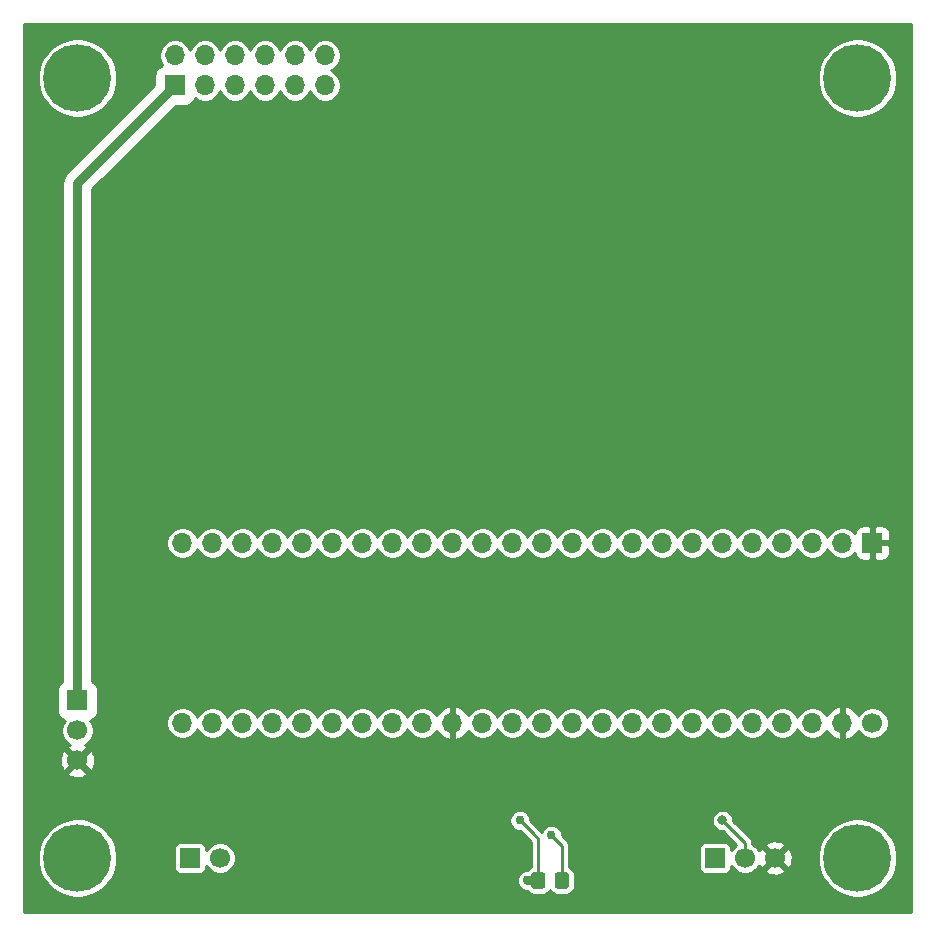
<source format=gbr>
%TF.GenerationSoftware,KiCad,Pcbnew,(5.1.9)-1*%
%TF.CreationDate,2021-08-30T22:29:05-04:00*%
%TF.ProjectId,In9 Music Visualizer RevC,496e3920-4d75-4736-9963-205669737561,rev?*%
%TF.SameCoordinates,Original*%
%TF.FileFunction,Copper,L2,Bot*%
%TF.FilePolarity,Positive*%
%FSLAX46Y46*%
G04 Gerber Fmt 4.6, Leading zero omitted, Abs format (unit mm)*
G04 Created by KiCad (PCBNEW (5.1.9)-1) date 2021-08-30 22:29:05*
%MOMM*%
%LPD*%
G01*
G04 APERTURE LIST*
%TA.AperFunction,ComponentPad*%
%ADD10C,1.700000*%
%TD*%
%TA.AperFunction,ComponentPad*%
%ADD11R,1.700000X1.700000*%
%TD*%
%TA.AperFunction,ComponentPad*%
%ADD12C,5.715000*%
%TD*%
%TA.AperFunction,ComponentPad*%
%ADD13O,1.700000X1.700000*%
%TD*%
%TA.AperFunction,ViaPad*%
%ADD14C,0.762000*%
%TD*%
%TA.AperFunction,ViaPad*%
%ADD15C,0.800000*%
%TD*%
%TA.AperFunction,Conductor*%
%ADD16C,0.254000*%
%TD*%
%TA.AperFunction,Conductor*%
%ADD17C,0.762000*%
%TD*%
%TA.AperFunction,Conductor*%
%ADD18C,0.100000*%
%TD*%
G04 APERTURE END LIST*
D10*
%TO.P,J6,2*%
%TO.N,+5V*%
X106680000Y-111125000D03*
D11*
%TO.P,J6,1*%
%TO.N,150V*%
X106680000Y-108585000D03*
D10*
%TO.P,J6,3*%
%TO.N,GND*%
X106680000Y-113665000D03*
%TD*%
D12*
%TO.P,REF\u002A\u002A,1*%
%TO.N,N/C*%
X172720000Y-121920000D03*
%TD*%
%TO.P,REF\u002A\u002A,1*%
%TO.N,N/C*%
X172720000Y-55880000D03*
%TD*%
%TO.P,REF\u002A\u002A,1*%
%TO.N,N/C*%
X106680000Y-121920000D03*
%TD*%
%TO.P,REF\u002A\u002A,1*%
%TO.N,N/C*%
X106680000Y-55880000D03*
%TD*%
%TO.P,R1,2*%
%TO.N,Net-(R1-Pad2)*%
%TA.AperFunction,SMDPad,CuDef*%
G36*
G01*
X146285000Y-123374999D02*
X146285000Y-124275001D01*
G75*
G02*
X146035001Y-124525000I-249999J0D01*
G01*
X145334999Y-124525000D01*
G75*
G02*
X145085000Y-124275001I0J249999D01*
G01*
X145085000Y-123374999D01*
G75*
G02*
X145334999Y-123125000I249999J0D01*
G01*
X146035001Y-123125000D01*
G75*
G02*
X146285000Y-123374999I0J-249999D01*
G01*
G37*
%TD.AperFunction*%
%TO.P,R1,1*%
%TO.N,/ADC_in*%
%TA.AperFunction,SMDPad,CuDef*%
G36*
G01*
X148285000Y-123374999D02*
X148285000Y-124275001D01*
G75*
G02*
X148035001Y-124525000I-249999J0D01*
G01*
X147334999Y-124525000D01*
G75*
G02*
X147085000Y-124275001I0J249999D01*
G01*
X147085000Y-123374999D01*
G75*
G02*
X147334999Y-123125000I249999J0D01*
G01*
X148035001Y-123125000D01*
G75*
G02*
X148285000Y-123374999I0J-249999D01*
G01*
G37*
%TD.AperFunction*%
%TD*%
D13*
%TO.P,J4,12*%
%TO.N,Net-(J4-Pad12)*%
X127635000Y-53975000D03*
%TO.P,J4,11*%
%TO.N,Net-(J4-Pad11)*%
X127635000Y-56515000D03*
%TO.P,J4,10*%
%TO.N,Net-(J4-Pad10)*%
X125095000Y-53975000D03*
%TO.P,J4,9*%
%TO.N,Net-(J4-Pad9)*%
X125095000Y-56515000D03*
%TO.P,J4,8*%
%TO.N,Net-(J4-Pad8)*%
X122555000Y-53975000D03*
%TO.P,J4,7*%
%TO.N,Net-(J4-Pad7)*%
X122555000Y-56515000D03*
%TO.P,J4,6*%
%TO.N,Net-(J4-Pad6)*%
X120015000Y-53975000D03*
%TO.P,J4,5*%
%TO.N,Net-(J4-Pad5)*%
X120015000Y-56515000D03*
%TO.P,J4,4*%
%TO.N,Net-(J4-Pad4)*%
X117475000Y-53975000D03*
%TO.P,J4,3*%
%TO.N,Net-(J4-Pad3)*%
X117475000Y-56515000D03*
%TO.P,J4,2*%
%TO.N,Net-(J4-Pad2)*%
X114935000Y-53975000D03*
D11*
%TO.P,J4,1*%
%TO.N,150V*%
X114935000Y-56515000D03*
%TD*%
D10*
%TO.P,J3,2*%
%TO.N,/MIC_out*%
X163195000Y-121920000D03*
D11*
%TO.P,J3,1*%
%TO.N,+5V*%
X160655000Y-121920000D03*
D10*
%TO.P,J3,3*%
%TO.N,GND*%
X165735000Y-121920000D03*
%TD*%
%TO.P,J2,2*%
%TO.N,Net-(J2-Pad2)*%
X118745000Y-121920000D03*
D11*
%TO.P,J2,1*%
%TO.N,+5V*%
X116205000Y-121920000D03*
%TD*%
D13*
%TO.P,MCU1,42*%
%TO.N,Net-(MCU1-Pad42)*%
X158750000Y-110490000D03*
%TO.P,MCU1,41*%
%TO.N,Net-(MCU1-Pad41)*%
X156210000Y-110490000D03*
D10*
%TO.P,MCU1,48*%
%TO.N,+5V*%
X173990000Y-110490000D03*
D13*
%TO.P,MCU1,45*%
%TO.N,Net-(MCU1-Pad45)*%
X166370000Y-110490000D03*
%TO.P,MCU1,47*%
%TO.N,GND*%
X171450000Y-110490000D03*
%TO.P,MCU1,44*%
%TO.N,Net-(MCU1-Pad44)*%
X163830000Y-110490000D03*
%TO.P,MCU1,46*%
%TO.N,Net-(MCU1-Pad46)*%
X168910000Y-110490000D03*
%TO.P,MCU1,43*%
%TO.N,Net-(MCU1-Pad43)*%
X161290000Y-110490000D03*
%TO.P,MCU1,40*%
%TO.N,Net-(MCU1-Pad40)*%
X153670000Y-110490000D03*
%TO.P,MCU1,39*%
%TO.N,Net-(MCU1-Pad39)*%
X151130000Y-110490000D03*
%TO.P,MCU1,38*%
%TO.N,/ADC_in*%
X148590000Y-110490000D03*
%TO.P,MCU1,37*%
%TO.N,Net-(MCU1-Pad37)*%
X146050000Y-110490000D03*
%TO.P,MCU1,36*%
%TO.N,Net-(MCU1-Pad36)*%
X143510000Y-110490000D03*
%TO.P,MCU1,35*%
%TO.N,/pwr_led*%
X140970000Y-110490000D03*
%TO.P,MCU1,29*%
%TO.N,Net-(MCU1-Pad29)*%
X125730000Y-110490000D03*
%TO.P,MCU1,32*%
%TO.N,Net-(MCU1-Pad32)*%
X133350000Y-110490000D03*
%TO.P,MCU1,33*%
%TO.N,Net-(MCU1-Pad33)*%
X135890000Y-110490000D03*
%TO.P,MCU1,34*%
%TO.N,GND*%
X138430000Y-110490000D03*
%TO.P,MCU1,26*%
%TO.N,Net-(MCU1-Pad26)*%
X118110000Y-110490000D03*
%TO.P,MCU1,31*%
%TO.N,Net-(MCU1-Pad31)*%
X130810000Y-110490000D03*
%TO.P,MCU1,28*%
%TO.N,Net-(MCU1-Pad28)*%
X123190000Y-110490000D03*
%TO.P,MCU1,30*%
%TO.N,Net-(MCU1-Pad30)*%
X128270000Y-110490000D03*
%TO.P,MCU1,27*%
%TO.N,Net-(MCU1-Pad27)*%
X120650000Y-110490000D03*
%TO.P,MCU1,25*%
%TO.N,Net-(MCU1-Pad25)*%
X115570000Y-110490000D03*
%TO.P,MCU1,24*%
%TO.N,Net-(MCU1-Pad24)*%
X115570000Y-95250000D03*
%TO.P,MCU1,23*%
%TO.N,Net-(MCU1-Pad23)*%
X118110000Y-95250000D03*
%TO.P,MCU1,22*%
%TO.N,/PWM_0*%
X120650000Y-95250000D03*
%TO.P,MCU1,21*%
%TO.N,/PWM_1*%
X123190000Y-95250000D03*
%TO.P,MCU1,20*%
%TO.N,Net-(MCU1-Pad20)*%
X125730000Y-95250000D03*
%TO.P,MCU1,19*%
%TO.N,Net-(MCU1-Pad19)*%
X128270000Y-95250000D03*
%TO.P,MCU1,18*%
%TO.N,Net-(MCU1-Pad18)*%
X130810000Y-95250000D03*
%TO.P,MCU1,17*%
%TO.N,Net-(MCU1-Pad17)*%
X133350000Y-95250000D03*
%TO.P,MCU1,16*%
%TO.N,Net-(MCU1-Pad16)*%
X135890000Y-95250000D03*
%TO.P,MCU1,15*%
%TO.N,Net-(MCU1-Pad15)*%
X138430000Y-95250000D03*
%TO.P,MCU1,14*%
%TO.N,Net-(MCU1-Pad14)*%
X140970000Y-95250000D03*
%TO.P,MCU1,13*%
%TO.N,Net-(MCU1-Pad13)*%
X143510000Y-95250000D03*
%TO.P,MCU1,12*%
%TO.N,/PWM_2*%
X146050000Y-95250000D03*
%TO.P,MCU1,11*%
%TO.N,/PWM_3*%
X148590000Y-95250000D03*
%TO.P,MCU1,10*%
%TO.N,/PWM_4*%
X151130000Y-95250000D03*
%TO.P,MCU1,9*%
%TO.N,/PWM_5*%
X153670000Y-95250000D03*
%TO.P,MCU1,8*%
%TO.N,/PWM_6*%
X156210000Y-95250000D03*
%TO.P,MCU1,7*%
%TO.N,/PWM_7*%
X158750000Y-95250000D03*
%TO.P,MCU1,6*%
%TO.N,/PWM_8*%
X161290000Y-95250000D03*
%TO.P,MCU1,5*%
%TO.N,/PWM_9*%
X163830000Y-95250000D03*
%TO.P,MCU1,4*%
%TO.N,/PWM_10*%
X166370000Y-95250000D03*
%TO.P,MCU1,3*%
%TO.N,Net-(MCU1-Pad3)*%
X168910000Y-95250000D03*
%TO.P,MCU1,2*%
%TO.N,Net-(MCU1-Pad2)*%
X171450000Y-95250000D03*
D11*
%TO.P,MCU1,1*%
%TO.N,GND*%
X173990000Y-95250000D03*
%TD*%
D14*
%TO.N,GND*%
X119380000Y-74549000D03*
X117475000Y-71755000D03*
X129540000Y-74676000D03*
X127635000Y-71755000D03*
X137795000Y-71755000D03*
X139700000Y-74676000D03*
X147955000Y-71755000D03*
X149860000Y-74930000D03*
X158115000Y-71755000D03*
X160274000Y-74803000D03*
X117475000Y-87630000D03*
X119380000Y-90424000D03*
X127635000Y-87630000D03*
X129540000Y-90551000D03*
X137795000Y-87630000D03*
X139700000Y-90551000D03*
X147955000Y-87630000D03*
X149860000Y-90551000D03*
X168021000Y-87630000D03*
X170180000Y-90551000D03*
X158115000Y-87630000D03*
X160020000Y-90551000D03*
X142240000Y-114300000D03*
X139700000Y-114300000D03*
X142240000Y-124206000D03*
X157226000Y-121285000D03*
X151765000Y-117475000D03*
X131635500Y-120967500D03*
%TO.N,/ADC_in*%
X146812000Y-120015000D03*
D15*
%TO.N,/MIC_out*%
X161290000Y-118745000D03*
D14*
%TO.N,Net-(R1-Pad2)*%
X144145000Y-118745000D03*
X144780000Y-123825000D03*
%TD*%
D16*
%TO.N,/ADC_in*%
X147685000Y-120888000D02*
X146812000Y-120015000D01*
X147685000Y-123825000D02*
X147685000Y-120888000D01*
%TO.N,/MIC_out*%
X163195000Y-120650000D02*
X161290000Y-118745000D01*
X163195000Y-121920000D02*
X163195000Y-120650000D01*
D17*
%TO.N,Net-(R1-Pad2)*%
X144780000Y-123825000D02*
X145685000Y-123825000D01*
D16*
X145685000Y-120285000D02*
X145224500Y-119824500D01*
X145685000Y-123825000D02*
X145685000Y-120285000D01*
X144145000Y-118745000D02*
X145224500Y-119824500D01*
D17*
%TO.N,150V*%
X106680000Y-64770000D02*
X114935000Y-56515000D01*
X106680000Y-108585000D02*
X106680000Y-64770000D01*
%TD*%
D16*
%TO.N,GND*%
X177267000Y-126467000D02*
X102133000Y-126467000D01*
X102133000Y-121588527D01*
X103314500Y-121588527D01*
X103314500Y-122251473D01*
X103443834Y-122901680D01*
X103697533Y-123514162D01*
X104065846Y-124065381D01*
X104534619Y-124534154D01*
X105085838Y-124902467D01*
X105698320Y-125156166D01*
X106348527Y-125285500D01*
X107011473Y-125285500D01*
X107661680Y-125156166D01*
X108274162Y-124902467D01*
X108825381Y-124534154D01*
X109294154Y-124065381D01*
X109662467Y-123514162D01*
X109916166Y-122901680D01*
X110045500Y-122251473D01*
X110045500Y-121588527D01*
X109942359Y-121070000D01*
X114844543Y-121070000D01*
X114844543Y-122770000D01*
X114854351Y-122869585D01*
X114883399Y-122965343D01*
X114930571Y-123053595D01*
X114994052Y-123130948D01*
X115071405Y-123194429D01*
X115159657Y-123241601D01*
X115255415Y-123270649D01*
X115355000Y-123280457D01*
X117055000Y-123280457D01*
X117154585Y-123270649D01*
X117250343Y-123241601D01*
X117338595Y-123194429D01*
X117415948Y-123130948D01*
X117479429Y-123053595D01*
X117526601Y-122965343D01*
X117555649Y-122869585D01*
X117565457Y-122770000D01*
X117565457Y-122599025D01*
X117690172Y-122785675D01*
X117879325Y-122974828D01*
X118101746Y-123123444D01*
X118348886Y-123225813D01*
X118611249Y-123278000D01*
X118878751Y-123278000D01*
X119141114Y-123225813D01*
X119388254Y-123123444D01*
X119610675Y-122974828D01*
X119799828Y-122785675D01*
X119948444Y-122563254D01*
X120050813Y-122316114D01*
X120103000Y-122053751D01*
X120103000Y-121786249D01*
X120050813Y-121523886D01*
X119948444Y-121276746D01*
X119799828Y-121054325D01*
X119610675Y-120865172D01*
X119388254Y-120716556D01*
X119141114Y-120614187D01*
X118878751Y-120562000D01*
X118611249Y-120562000D01*
X118348886Y-120614187D01*
X118101746Y-120716556D01*
X117879325Y-120865172D01*
X117690172Y-121054325D01*
X117565457Y-121240975D01*
X117565457Y-121070000D01*
X117555649Y-120970415D01*
X117526601Y-120874657D01*
X117479429Y-120786405D01*
X117415948Y-120709052D01*
X117338595Y-120645571D01*
X117250343Y-120598399D01*
X117154585Y-120569351D01*
X117055000Y-120559543D01*
X115355000Y-120559543D01*
X115255415Y-120569351D01*
X115159657Y-120598399D01*
X115071405Y-120645571D01*
X114994052Y-120709052D01*
X114930571Y-120786405D01*
X114883399Y-120874657D01*
X114854351Y-120970415D01*
X114844543Y-121070000D01*
X109942359Y-121070000D01*
X109916166Y-120938320D01*
X109662467Y-120325838D01*
X109294154Y-119774619D01*
X108825381Y-119305846D01*
X108274162Y-118937533D01*
X107661680Y-118683834D01*
X107528994Y-118657441D01*
X143256000Y-118657441D01*
X143256000Y-118832559D01*
X143290164Y-119004312D01*
X143357179Y-119166099D01*
X143454469Y-119311704D01*
X143578296Y-119435531D01*
X143723901Y-119532821D01*
X143885688Y-119599836D01*
X144057441Y-119634000D01*
X144135975Y-119634000D01*
X144797543Y-120295569D01*
X144797554Y-120295578D01*
X145050001Y-120548026D01*
X145050000Y-122670604D01*
X145043985Y-122672429D01*
X144912512Y-122742703D01*
X144797275Y-122837275D01*
X144716254Y-122936000D01*
X144692441Y-122936000D01*
X144649391Y-122944563D01*
X144605726Y-122948864D01*
X144563737Y-122961601D01*
X144520688Y-122970164D01*
X144480143Y-122986959D01*
X144438149Y-122999697D01*
X144399443Y-123020386D01*
X144358901Y-123037179D01*
X144322415Y-123061558D01*
X144283709Y-123082247D01*
X144249785Y-123110088D01*
X144213296Y-123134469D01*
X144182264Y-123165501D01*
X144148341Y-123193341D01*
X144120501Y-123227264D01*
X144089469Y-123258296D01*
X144065088Y-123294785D01*
X144037247Y-123328709D01*
X144016558Y-123367415D01*
X143992179Y-123403901D01*
X143975386Y-123444443D01*
X143954697Y-123483149D01*
X143941959Y-123525143D01*
X143925164Y-123565688D01*
X143916601Y-123608737D01*
X143903864Y-123650726D01*
X143899563Y-123694391D01*
X143891000Y-123737441D01*
X143891000Y-123781333D01*
X143886699Y-123825000D01*
X143891000Y-123868667D01*
X143891000Y-123912559D01*
X143899563Y-123955609D01*
X143903864Y-123999274D01*
X143916601Y-124041263D01*
X143925164Y-124084312D01*
X143941959Y-124124857D01*
X143954697Y-124166851D01*
X143975386Y-124205557D01*
X143992179Y-124246099D01*
X144016558Y-124282585D01*
X144037247Y-124321291D01*
X144065088Y-124355215D01*
X144089469Y-124391704D01*
X144120501Y-124422736D01*
X144148341Y-124456659D01*
X144182264Y-124484499D01*
X144213296Y-124515531D01*
X144249785Y-124539912D01*
X144283709Y-124567753D01*
X144322415Y-124588442D01*
X144358901Y-124612821D01*
X144399443Y-124629614D01*
X144438149Y-124650303D01*
X144480143Y-124663041D01*
X144520688Y-124679836D01*
X144563737Y-124688399D01*
X144605726Y-124701136D01*
X144649391Y-124705437D01*
X144692441Y-124714000D01*
X144716254Y-124714000D01*
X144797275Y-124812725D01*
X144912512Y-124907297D01*
X145043985Y-124977571D01*
X145186641Y-125020845D01*
X145334999Y-125035457D01*
X146035001Y-125035457D01*
X146183359Y-125020845D01*
X146326015Y-124977571D01*
X146457488Y-124907297D01*
X146572725Y-124812725D01*
X146667297Y-124697488D01*
X146685000Y-124664368D01*
X146702703Y-124697488D01*
X146797275Y-124812725D01*
X146912512Y-124907297D01*
X147043985Y-124977571D01*
X147186641Y-125020845D01*
X147334999Y-125035457D01*
X148035001Y-125035457D01*
X148183359Y-125020845D01*
X148326015Y-124977571D01*
X148457488Y-124907297D01*
X148572725Y-124812725D01*
X148667297Y-124697488D01*
X148737571Y-124566015D01*
X148780845Y-124423359D01*
X148795457Y-124275001D01*
X148795457Y-123374999D01*
X148780845Y-123226641D01*
X148737571Y-123083985D01*
X148667297Y-122952512D01*
X148572725Y-122837275D01*
X148457488Y-122742703D01*
X148326015Y-122672429D01*
X148320000Y-122670604D01*
X148320000Y-121070000D01*
X159294543Y-121070000D01*
X159294543Y-122770000D01*
X159304351Y-122869585D01*
X159333399Y-122965343D01*
X159380571Y-123053595D01*
X159444052Y-123130948D01*
X159521405Y-123194429D01*
X159609657Y-123241601D01*
X159705415Y-123270649D01*
X159805000Y-123280457D01*
X161505000Y-123280457D01*
X161604585Y-123270649D01*
X161700343Y-123241601D01*
X161788595Y-123194429D01*
X161865948Y-123130948D01*
X161929429Y-123053595D01*
X161976601Y-122965343D01*
X162005649Y-122869585D01*
X162015457Y-122770000D01*
X162015457Y-122599025D01*
X162140172Y-122785675D01*
X162329325Y-122974828D01*
X162551746Y-123123444D01*
X162798886Y-123225813D01*
X163061249Y-123278000D01*
X163328751Y-123278000D01*
X163591114Y-123225813D01*
X163838254Y-123123444D01*
X164060675Y-122974828D01*
X164087106Y-122948397D01*
X164886208Y-122948397D01*
X164963843Y-123197472D01*
X165227883Y-123323371D01*
X165511411Y-123395339D01*
X165803531Y-123410611D01*
X166093019Y-123368599D01*
X166368747Y-123270919D01*
X166506157Y-123197472D01*
X166583792Y-122948397D01*
X165735000Y-122099605D01*
X164886208Y-122948397D01*
X164087106Y-122948397D01*
X164249828Y-122785675D01*
X164393288Y-122570971D01*
X164457528Y-122691157D01*
X164706603Y-122768792D01*
X165555395Y-121920000D01*
X165914605Y-121920000D01*
X166763397Y-122768792D01*
X167012472Y-122691157D01*
X167138371Y-122427117D01*
X167210339Y-122143589D01*
X167225611Y-121851469D01*
X167187452Y-121588527D01*
X169354500Y-121588527D01*
X169354500Y-122251473D01*
X169483834Y-122901680D01*
X169737533Y-123514162D01*
X170105846Y-124065381D01*
X170574619Y-124534154D01*
X171125838Y-124902467D01*
X171738320Y-125156166D01*
X172388527Y-125285500D01*
X173051473Y-125285500D01*
X173701680Y-125156166D01*
X174314162Y-124902467D01*
X174865381Y-124534154D01*
X175334154Y-124065381D01*
X175702467Y-123514162D01*
X175956166Y-122901680D01*
X176085500Y-122251473D01*
X176085500Y-121588527D01*
X175956166Y-120938320D01*
X175702467Y-120325838D01*
X175334154Y-119774619D01*
X174865381Y-119305846D01*
X174314162Y-118937533D01*
X173701680Y-118683834D01*
X173051473Y-118554500D01*
X172388527Y-118554500D01*
X171738320Y-118683834D01*
X171125838Y-118937533D01*
X170574619Y-119305846D01*
X170105846Y-119774619D01*
X169737533Y-120325838D01*
X169483834Y-120938320D01*
X169354500Y-121588527D01*
X167187452Y-121588527D01*
X167183599Y-121561981D01*
X167085919Y-121286253D01*
X167012472Y-121148843D01*
X166763397Y-121071208D01*
X165914605Y-121920000D01*
X165555395Y-121920000D01*
X164706603Y-121071208D01*
X164457528Y-121148843D01*
X164397334Y-121275084D01*
X164249828Y-121054325D01*
X164087106Y-120891603D01*
X164886208Y-120891603D01*
X165735000Y-121740395D01*
X166583792Y-120891603D01*
X166506157Y-120642528D01*
X166242117Y-120516629D01*
X165958589Y-120444661D01*
X165666469Y-120429389D01*
X165376981Y-120471401D01*
X165101253Y-120569081D01*
X164963843Y-120642528D01*
X164886208Y-120891603D01*
X164087106Y-120891603D01*
X164060675Y-120865172D01*
X163838254Y-120716556D01*
X163830000Y-120713137D01*
X163830000Y-120681189D01*
X163833072Y-120650000D01*
X163829545Y-120614187D01*
X163820812Y-120525518D01*
X163784502Y-120405820D01*
X163765085Y-120369493D01*
X163725538Y-120295506D01*
X163666068Y-120223043D01*
X163646185Y-120198815D01*
X163621955Y-120178930D01*
X162198000Y-118754976D01*
X162198000Y-118655570D01*
X162163106Y-118480146D01*
X162094659Y-118314901D01*
X161995289Y-118166184D01*
X161868816Y-118039711D01*
X161720099Y-117940341D01*
X161554854Y-117871894D01*
X161379430Y-117837000D01*
X161200570Y-117837000D01*
X161025146Y-117871894D01*
X160859901Y-117940341D01*
X160711184Y-118039711D01*
X160584711Y-118166184D01*
X160485341Y-118314901D01*
X160416894Y-118480146D01*
X160382000Y-118655570D01*
X160382000Y-118834430D01*
X160416894Y-119009854D01*
X160485341Y-119175099D01*
X160584711Y-119323816D01*
X160711184Y-119450289D01*
X160859901Y-119549659D01*
X161025146Y-119618106D01*
X161200570Y-119653000D01*
X161299976Y-119653000D01*
X162438919Y-120791944D01*
X162329325Y-120865172D01*
X162140172Y-121054325D01*
X162015457Y-121240975D01*
X162015457Y-121070000D01*
X162005649Y-120970415D01*
X161976601Y-120874657D01*
X161929429Y-120786405D01*
X161865948Y-120709052D01*
X161788595Y-120645571D01*
X161700343Y-120598399D01*
X161604585Y-120569351D01*
X161505000Y-120559543D01*
X159805000Y-120559543D01*
X159705415Y-120569351D01*
X159609657Y-120598399D01*
X159521405Y-120645571D01*
X159444052Y-120709052D01*
X159380571Y-120786405D01*
X159333399Y-120874657D01*
X159304351Y-120970415D01*
X159294543Y-121070000D01*
X148320000Y-121070000D01*
X148320000Y-120919180D01*
X148323071Y-120887999D01*
X148320000Y-120856818D01*
X148320000Y-120856808D01*
X148310812Y-120763518D01*
X148274502Y-120643820D01*
X148229454Y-120559543D01*
X148215537Y-120533505D01*
X148156068Y-120461042D01*
X148156065Y-120461039D01*
X148136185Y-120436815D01*
X148111960Y-120416934D01*
X147701000Y-120005975D01*
X147701000Y-119927441D01*
X147666836Y-119755688D01*
X147599821Y-119593901D01*
X147502531Y-119448296D01*
X147378704Y-119324469D01*
X147233099Y-119227179D01*
X147071312Y-119160164D01*
X146899559Y-119126000D01*
X146724441Y-119126000D01*
X146552688Y-119160164D01*
X146390901Y-119227179D01*
X146245296Y-119324469D01*
X146121469Y-119448296D01*
X146024179Y-119593901D01*
X145985443Y-119687418D01*
X145695578Y-119397554D01*
X145695569Y-119397543D01*
X145034000Y-118735975D01*
X145034000Y-118657441D01*
X144999836Y-118485688D01*
X144932821Y-118323901D01*
X144835531Y-118178296D01*
X144711704Y-118054469D01*
X144566099Y-117957179D01*
X144404312Y-117890164D01*
X144232559Y-117856000D01*
X144057441Y-117856000D01*
X143885688Y-117890164D01*
X143723901Y-117957179D01*
X143578296Y-118054469D01*
X143454469Y-118178296D01*
X143357179Y-118323901D01*
X143290164Y-118485688D01*
X143256000Y-118657441D01*
X107528994Y-118657441D01*
X107011473Y-118554500D01*
X106348527Y-118554500D01*
X105698320Y-118683834D01*
X105085838Y-118937533D01*
X104534619Y-119305846D01*
X104065846Y-119774619D01*
X103697533Y-120325838D01*
X103443834Y-120938320D01*
X103314500Y-121588527D01*
X102133000Y-121588527D01*
X102133000Y-114693397D01*
X105831208Y-114693397D01*
X105908843Y-114942472D01*
X106172883Y-115068371D01*
X106456411Y-115140339D01*
X106748531Y-115155611D01*
X107038019Y-115113599D01*
X107313747Y-115015919D01*
X107451157Y-114942472D01*
X107528792Y-114693397D01*
X106680000Y-113844605D01*
X105831208Y-114693397D01*
X102133000Y-114693397D01*
X102133000Y-113733531D01*
X105189389Y-113733531D01*
X105231401Y-114023019D01*
X105329081Y-114298747D01*
X105402528Y-114436157D01*
X105651603Y-114513792D01*
X106500395Y-113665000D01*
X106859605Y-113665000D01*
X107708397Y-114513792D01*
X107957472Y-114436157D01*
X108083371Y-114172117D01*
X108155339Y-113888589D01*
X108170611Y-113596469D01*
X108128599Y-113306981D01*
X108030919Y-113031253D01*
X107957472Y-112893843D01*
X107708397Y-112816208D01*
X106859605Y-113665000D01*
X106500395Y-113665000D01*
X105651603Y-112816208D01*
X105402528Y-112893843D01*
X105276629Y-113157883D01*
X105204661Y-113441411D01*
X105189389Y-113733531D01*
X102133000Y-113733531D01*
X102133000Y-107735000D01*
X104936699Y-107735000D01*
X104936699Y-109435000D01*
X104953864Y-109609274D01*
X105004697Y-109776851D01*
X105087247Y-109931291D01*
X105198341Y-110066659D01*
X105333709Y-110177753D01*
X105488149Y-110260303D01*
X105601537Y-110294698D01*
X105476556Y-110481746D01*
X105374187Y-110728886D01*
X105322000Y-110991249D01*
X105322000Y-111258751D01*
X105374187Y-111521114D01*
X105476556Y-111768254D01*
X105625172Y-111990675D01*
X105814325Y-112179828D01*
X106029029Y-112323288D01*
X105908843Y-112387528D01*
X105831208Y-112636603D01*
X106680000Y-113485395D01*
X107528792Y-112636603D01*
X107451157Y-112387528D01*
X107324916Y-112327334D01*
X107545675Y-112179828D01*
X107734828Y-111990675D01*
X107883444Y-111768254D01*
X107985813Y-111521114D01*
X108038000Y-111258751D01*
X108038000Y-110991249D01*
X107985813Y-110728886D01*
X107883444Y-110481746D01*
X107799590Y-110356249D01*
X114212000Y-110356249D01*
X114212000Y-110623751D01*
X114264187Y-110886114D01*
X114366556Y-111133254D01*
X114515172Y-111355675D01*
X114704325Y-111544828D01*
X114926746Y-111693444D01*
X115173886Y-111795813D01*
X115436249Y-111848000D01*
X115703751Y-111848000D01*
X115966114Y-111795813D01*
X116213254Y-111693444D01*
X116435675Y-111544828D01*
X116624828Y-111355675D01*
X116773444Y-111133254D01*
X116840000Y-110972574D01*
X116906556Y-111133254D01*
X117055172Y-111355675D01*
X117244325Y-111544828D01*
X117466746Y-111693444D01*
X117713886Y-111795813D01*
X117976249Y-111848000D01*
X118243751Y-111848000D01*
X118506114Y-111795813D01*
X118753254Y-111693444D01*
X118975675Y-111544828D01*
X119164828Y-111355675D01*
X119313444Y-111133254D01*
X119380000Y-110972574D01*
X119446556Y-111133254D01*
X119595172Y-111355675D01*
X119784325Y-111544828D01*
X120006746Y-111693444D01*
X120253886Y-111795813D01*
X120516249Y-111848000D01*
X120783751Y-111848000D01*
X121046114Y-111795813D01*
X121293254Y-111693444D01*
X121515675Y-111544828D01*
X121704828Y-111355675D01*
X121853444Y-111133254D01*
X121920000Y-110972574D01*
X121986556Y-111133254D01*
X122135172Y-111355675D01*
X122324325Y-111544828D01*
X122546746Y-111693444D01*
X122793886Y-111795813D01*
X123056249Y-111848000D01*
X123323751Y-111848000D01*
X123586114Y-111795813D01*
X123833254Y-111693444D01*
X124055675Y-111544828D01*
X124244828Y-111355675D01*
X124393444Y-111133254D01*
X124460000Y-110972574D01*
X124526556Y-111133254D01*
X124675172Y-111355675D01*
X124864325Y-111544828D01*
X125086746Y-111693444D01*
X125333886Y-111795813D01*
X125596249Y-111848000D01*
X125863751Y-111848000D01*
X126126114Y-111795813D01*
X126373254Y-111693444D01*
X126595675Y-111544828D01*
X126784828Y-111355675D01*
X126933444Y-111133254D01*
X127000000Y-110972574D01*
X127066556Y-111133254D01*
X127215172Y-111355675D01*
X127404325Y-111544828D01*
X127626746Y-111693444D01*
X127873886Y-111795813D01*
X128136249Y-111848000D01*
X128403751Y-111848000D01*
X128666114Y-111795813D01*
X128913254Y-111693444D01*
X129135675Y-111544828D01*
X129324828Y-111355675D01*
X129473444Y-111133254D01*
X129540000Y-110972574D01*
X129606556Y-111133254D01*
X129755172Y-111355675D01*
X129944325Y-111544828D01*
X130166746Y-111693444D01*
X130413886Y-111795813D01*
X130676249Y-111848000D01*
X130943751Y-111848000D01*
X131206114Y-111795813D01*
X131453254Y-111693444D01*
X131675675Y-111544828D01*
X131864828Y-111355675D01*
X132013444Y-111133254D01*
X132080000Y-110972574D01*
X132146556Y-111133254D01*
X132295172Y-111355675D01*
X132484325Y-111544828D01*
X132706746Y-111693444D01*
X132953886Y-111795813D01*
X133216249Y-111848000D01*
X133483751Y-111848000D01*
X133746114Y-111795813D01*
X133993254Y-111693444D01*
X134215675Y-111544828D01*
X134404828Y-111355675D01*
X134553444Y-111133254D01*
X134620000Y-110972574D01*
X134686556Y-111133254D01*
X134835172Y-111355675D01*
X135024325Y-111544828D01*
X135246746Y-111693444D01*
X135493886Y-111795813D01*
X135756249Y-111848000D01*
X136023751Y-111848000D01*
X136286114Y-111795813D01*
X136533254Y-111693444D01*
X136755675Y-111544828D01*
X136944828Y-111355675D01*
X137093205Y-111133611D01*
X137234822Y-111371355D01*
X137429731Y-111587588D01*
X137663080Y-111761641D01*
X137925901Y-111886825D01*
X138073110Y-111931476D01*
X138303000Y-111810155D01*
X138303000Y-110617000D01*
X138283000Y-110617000D01*
X138283000Y-110363000D01*
X138303000Y-110363000D01*
X138303000Y-109169845D01*
X138557000Y-109169845D01*
X138557000Y-110363000D01*
X138577000Y-110363000D01*
X138577000Y-110617000D01*
X138557000Y-110617000D01*
X138557000Y-111810155D01*
X138786890Y-111931476D01*
X138934099Y-111886825D01*
X139196920Y-111761641D01*
X139430269Y-111587588D01*
X139625178Y-111371355D01*
X139766795Y-111133611D01*
X139915172Y-111355675D01*
X140104325Y-111544828D01*
X140326746Y-111693444D01*
X140573886Y-111795813D01*
X140836249Y-111848000D01*
X141103751Y-111848000D01*
X141366114Y-111795813D01*
X141613254Y-111693444D01*
X141835675Y-111544828D01*
X142024828Y-111355675D01*
X142173444Y-111133254D01*
X142240000Y-110972574D01*
X142306556Y-111133254D01*
X142455172Y-111355675D01*
X142644325Y-111544828D01*
X142866746Y-111693444D01*
X143113886Y-111795813D01*
X143376249Y-111848000D01*
X143643751Y-111848000D01*
X143906114Y-111795813D01*
X144153254Y-111693444D01*
X144375675Y-111544828D01*
X144564828Y-111355675D01*
X144713444Y-111133254D01*
X144780000Y-110972574D01*
X144846556Y-111133254D01*
X144995172Y-111355675D01*
X145184325Y-111544828D01*
X145406746Y-111693444D01*
X145653886Y-111795813D01*
X145916249Y-111848000D01*
X146183751Y-111848000D01*
X146446114Y-111795813D01*
X146693254Y-111693444D01*
X146915675Y-111544828D01*
X147104828Y-111355675D01*
X147253444Y-111133254D01*
X147320000Y-110972574D01*
X147386556Y-111133254D01*
X147535172Y-111355675D01*
X147724325Y-111544828D01*
X147946746Y-111693444D01*
X148193886Y-111795813D01*
X148456249Y-111848000D01*
X148723751Y-111848000D01*
X148986114Y-111795813D01*
X149233254Y-111693444D01*
X149455675Y-111544828D01*
X149644828Y-111355675D01*
X149793444Y-111133254D01*
X149860000Y-110972574D01*
X149926556Y-111133254D01*
X150075172Y-111355675D01*
X150264325Y-111544828D01*
X150486746Y-111693444D01*
X150733886Y-111795813D01*
X150996249Y-111848000D01*
X151263751Y-111848000D01*
X151526114Y-111795813D01*
X151773254Y-111693444D01*
X151995675Y-111544828D01*
X152184828Y-111355675D01*
X152333444Y-111133254D01*
X152400000Y-110972574D01*
X152466556Y-111133254D01*
X152615172Y-111355675D01*
X152804325Y-111544828D01*
X153026746Y-111693444D01*
X153273886Y-111795813D01*
X153536249Y-111848000D01*
X153803751Y-111848000D01*
X154066114Y-111795813D01*
X154313254Y-111693444D01*
X154535675Y-111544828D01*
X154724828Y-111355675D01*
X154873444Y-111133254D01*
X154940000Y-110972574D01*
X155006556Y-111133254D01*
X155155172Y-111355675D01*
X155344325Y-111544828D01*
X155566746Y-111693444D01*
X155813886Y-111795813D01*
X156076249Y-111848000D01*
X156343751Y-111848000D01*
X156606114Y-111795813D01*
X156853254Y-111693444D01*
X157075675Y-111544828D01*
X157264828Y-111355675D01*
X157413444Y-111133254D01*
X157480000Y-110972574D01*
X157546556Y-111133254D01*
X157695172Y-111355675D01*
X157884325Y-111544828D01*
X158106746Y-111693444D01*
X158353886Y-111795813D01*
X158616249Y-111848000D01*
X158883751Y-111848000D01*
X159146114Y-111795813D01*
X159393254Y-111693444D01*
X159615675Y-111544828D01*
X159804828Y-111355675D01*
X159953444Y-111133254D01*
X160020000Y-110972574D01*
X160086556Y-111133254D01*
X160235172Y-111355675D01*
X160424325Y-111544828D01*
X160646746Y-111693444D01*
X160893886Y-111795813D01*
X161156249Y-111848000D01*
X161423751Y-111848000D01*
X161686114Y-111795813D01*
X161933254Y-111693444D01*
X162155675Y-111544828D01*
X162344828Y-111355675D01*
X162493444Y-111133254D01*
X162560000Y-110972574D01*
X162626556Y-111133254D01*
X162775172Y-111355675D01*
X162964325Y-111544828D01*
X163186746Y-111693444D01*
X163433886Y-111795813D01*
X163696249Y-111848000D01*
X163963751Y-111848000D01*
X164226114Y-111795813D01*
X164473254Y-111693444D01*
X164695675Y-111544828D01*
X164884828Y-111355675D01*
X165033444Y-111133254D01*
X165100000Y-110972574D01*
X165166556Y-111133254D01*
X165315172Y-111355675D01*
X165504325Y-111544828D01*
X165726746Y-111693444D01*
X165973886Y-111795813D01*
X166236249Y-111848000D01*
X166503751Y-111848000D01*
X166766114Y-111795813D01*
X167013254Y-111693444D01*
X167235675Y-111544828D01*
X167424828Y-111355675D01*
X167573444Y-111133254D01*
X167640000Y-110972574D01*
X167706556Y-111133254D01*
X167855172Y-111355675D01*
X168044325Y-111544828D01*
X168266746Y-111693444D01*
X168513886Y-111795813D01*
X168776249Y-111848000D01*
X169043751Y-111848000D01*
X169306114Y-111795813D01*
X169553254Y-111693444D01*
X169775675Y-111544828D01*
X169964828Y-111355675D01*
X170113205Y-111133611D01*
X170254822Y-111371355D01*
X170449731Y-111587588D01*
X170683080Y-111761641D01*
X170945901Y-111886825D01*
X171093110Y-111931476D01*
X171323000Y-111810155D01*
X171323000Y-110617000D01*
X171303000Y-110617000D01*
X171303000Y-110363000D01*
X171323000Y-110363000D01*
X171323000Y-109169845D01*
X171577000Y-109169845D01*
X171577000Y-110363000D01*
X171597000Y-110363000D01*
X171597000Y-110617000D01*
X171577000Y-110617000D01*
X171577000Y-111810155D01*
X171806890Y-111931476D01*
X171954099Y-111886825D01*
X172216920Y-111761641D01*
X172450269Y-111587588D01*
X172645178Y-111371355D01*
X172786795Y-111133611D01*
X172935172Y-111355675D01*
X173124325Y-111544828D01*
X173346746Y-111693444D01*
X173593886Y-111795813D01*
X173856249Y-111848000D01*
X174123751Y-111848000D01*
X174386114Y-111795813D01*
X174633254Y-111693444D01*
X174855675Y-111544828D01*
X175044828Y-111355675D01*
X175193444Y-111133254D01*
X175295813Y-110886114D01*
X175348000Y-110623751D01*
X175348000Y-110356249D01*
X175295813Y-110093886D01*
X175193444Y-109846746D01*
X175044828Y-109624325D01*
X174855675Y-109435172D01*
X174633254Y-109286556D01*
X174386114Y-109184187D01*
X174123751Y-109132000D01*
X173856249Y-109132000D01*
X173593886Y-109184187D01*
X173346746Y-109286556D01*
X173124325Y-109435172D01*
X172935172Y-109624325D01*
X172786795Y-109846389D01*
X172645178Y-109608645D01*
X172450269Y-109392412D01*
X172216920Y-109218359D01*
X171954099Y-109093175D01*
X171806890Y-109048524D01*
X171577000Y-109169845D01*
X171323000Y-109169845D01*
X171093110Y-109048524D01*
X170945901Y-109093175D01*
X170683080Y-109218359D01*
X170449731Y-109392412D01*
X170254822Y-109608645D01*
X170113205Y-109846389D01*
X169964828Y-109624325D01*
X169775675Y-109435172D01*
X169553254Y-109286556D01*
X169306114Y-109184187D01*
X169043751Y-109132000D01*
X168776249Y-109132000D01*
X168513886Y-109184187D01*
X168266746Y-109286556D01*
X168044325Y-109435172D01*
X167855172Y-109624325D01*
X167706556Y-109846746D01*
X167640000Y-110007426D01*
X167573444Y-109846746D01*
X167424828Y-109624325D01*
X167235675Y-109435172D01*
X167013254Y-109286556D01*
X166766114Y-109184187D01*
X166503751Y-109132000D01*
X166236249Y-109132000D01*
X165973886Y-109184187D01*
X165726746Y-109286556D01*
X165504325Y-109435172D01*
X165315172Y-109624325D01*
X165166556Y-109846746D01*
X165100000Y-110007426D01*
X165033444Y-109846746D01*
X164884828Y-109624325D01*
X164695675Y-109435172D01*
X164473254Y-109286556D01*
X164226114Y-109184187D01*
X163963751Y-109132000D01*
X163696249Y-109132000D01*
X163433886Y-109184187D01*
X163186746Y-109286556D01*
X162964325Y-109435172D01*
X162775172Y-109624325D01*
X162626556Y-109846746D01*
X162560000Y-110007426D01*
X162493444Y-109846746D01*
X162344828Y-109624325D01*
X162155675Y-109435172D01*
X161933254Y-109286556D01*
X161686114Y-109184187D01*
X161423751Y-109132000D01*
X161156249Y-109132000D01*
X160893886Y-109184187D01*
X160646746Y-109286556D01*
X160424325Y-109435172D01*
X160235172Y-109624325D01*
X160086556Y-109846746D01*
X160020000Y-110007426D01*
X159953444Y-109846746D01*
X159804828Y-109624325D01*
X159615675Y-109435172D01*
X159393254Y-109286556D01*
X159146114Y-109184187D01*
X158883751Y-109132000D01*
X158616249Y-109132000D01*
X158353886Y-109184187D01*
X158106746Y-109286556D01*
X157884325Y-109435172D01*
X157695172Y-109624325D01*
X157546556Y-109846746D01*
X157480000Y-110007426D01*
X157413444Y-109846746D01*
X157264828Y-109624325D01*
X157075675Y-109435172D01*
X156853254Y-109286556D01*
X156606114Y-109184187D01*
X156343751Y-109132000D01*
X156076249Y-109132000D01*
X155813886Y-109184187D01*
X155566746Y-109286556D01*
X155344325Y-109435172D01*
X155155172Y-109624325D01*
X155006556Y-109846746D01*
X154940000Y-110007426D01*
X154873444Y-109846746D01*
X154724828Y-109624325D01*
X154535675Y-109435172D01*
X154313254Y-109286556D01*
X154066114Y-109184187D01*
X153803751Y-109132000D01*
X153536249Y-109132000D01*
X153273886Y-109184187D01*
X153026746Y-109286556D01*
X152804325Y-109435172D01*
X152615172Y-109624325D01*
X152466556Y-109846746D01*
X152400000Y-110007426D01*
X152333444Y-109846746D01*
X152184828Y-109624325D01*
X151995675Y-109435172D01*
X151773254Y-109286556D01*
X151526114Y-109184187D01*
X151263751Y-109132000D01*
X150996249Y-109132000D01*
X150733886Y-109184187D01*
X150486746Y-109286556D01*
X150264325Y-109435172D01*
X150075172Y-109624325D01*
X149926556Y-109846746D01*
X149860000Y-110007426D01*
X149793444Y-109846746D01*
X149644828Y-109624325D01*
X149455675Y-109435172D01*
X149233254Y-109286556D01*
X148986114Y-109184187D01*
X148723751Y-109132000D01*
X148456249Y-109132000D01*
X148193886Y-109184187D01*
X147946746Y-109286556D01*
X147724325Y-109435172D01*
X147535172Y-109624325D01*
X147386556Y-109846746D01*
X147320000Y-110007426D01*
X147253444Y-109846746D01*
X147104828Y-109624325D01*
X146915675Y-109435172D01*
X146693254Y-109286556D01*
X146446114Y-109184187D01*
X146183751Y-109132000D01*
X145916249Y-109132000D01*
X145653886Y-109184187D01*
X145406746Y-109286556D01*
X145184325Y-109435172D01*
X144995172Y-109624325D01*
X144846556Y-109846746D01*
X144780000Y-110007426D01*
X144713444Y-109846746D01*
X144564828Y-109624325D01*
X144375675Y-109435172D01*
X144153254Y-109286556D01*
X143906114Y-109184187D01*
X143643751Y-109132000D01*
X143376249Y-109132000D01*
X143113886Y-109184187D01*
X142866746Y-109286556D01*
X142644325Y-109435172D01*
X142455172Y-109624325D01*
X142306556Y-109846746D01*
X142240000Y-110007426D01*
X142173444Y-109846746D01*
X142024828Y-109624325D01*
X141835675Y-109435172D01*
X141613254Y-109286556D01*
X141366114Y-109184187D01*
X141103751Y-109132000D01*
X140836249Y-109132000D01*
X140573886Y-109184187D01*
X140326746Y-109286556D01*
X140104325Y-109435172D01*
X139915172Y-109624325D01*
X139766795Y-109846389D01*
X139625178Y-109608645D01*
X139430269Y-109392412D01*
X139196920Y-109218359D01*
X138934099Y-109093175D01*
X138786890Y-109048524D01*
X138557000Y-109169845D01*
X138303000Y-109169845D01*
X138073110Y-109048524D01*
X137925901Y-109093175D01*
X137663080Y-109218359D01*
X137429731Y-109392412D01*
X137234822Y-109608645D01*
X137093205Y-109846389D01*
X136944828Y-109624325D01*
X136755675Y-109435172D01*
X136533254Y-109286556D01*
X136286114Y-109184187D01*
X136023751Y-109132000D01*
X135756249Y-109132000D01*
X135493886Y-109184187D01*
X135246746Y-109286556D01*
X135024325Y-109435172D01*
X134835172Y-109624325D01*
X134686556Y-109846746D01*
X134620000Y-110007426D01*
X134553444Y-109846746D01*
X134404828Y-109624325D01*
X134215675Y-109435172D01*
X133993254Y-109286556D01*
X133746114Y-109184187D01*
X133483751Y-109132000D01*
X133216249Y-109132000D01*
X132953886Y-109184187D01*
X132706746Y-109286556D01*
X132484325Y-109435172D01*
X132295172Y-109624325D01*
X132146556Y-109846746D01*
X132080000Y-110007426D01*
X132013444Y-109846746D01*
X131864828Y-109624325D01*
X131675675Y-109435172D01*
X131453254Y-109286556D01*
X131206114Y-109184187D01*
X130943751Y-109132000D01*
X130676249Y-109132000D01*
X130413886Y-109184187D01*
X130166746Y-109286556D01*
X129944325Y-109435172D01*
X129755172Y-109624325D01*
X129606556Y-109846746D01*
X129540000Y-110007426D01*
X129473444Y-109846746D01*
X129324828Y-109624325D01*
X129135675Y-109435172D01*
X128913254Y-109286556D01*
X128666114Y-109184187D01*
X128403751Y-109132000D01*
X128136249Y-109132000D01*
X127873886Y-109184187D01*
X127626746Y-109286556D01*
X127404325Y-109435172D01*
X127215172Y-109624325D01*
X127066556Y-109846746D01*
X127000000Y-110007426D01*
X126933444Y-109846746D01*
X126784828Y-109624325D01*
X126595675Y-109435172D01*
X126373254Y-109286556D01*
X126126114Y-109184187D01*
X125863751Y-109132000D01*
X125596249Y-109132000D01*
X125333886Y-109184187D01*
X125086746Y-109286556D01*
X124864325Y-109435172D01*
X124675172Y-109624325D01*
X124526556Y-109846746D01*
X124460000Y-110007426D01*
X124393444Y-109846746D01*
X124244828Y-109624325D01*
X124055675Y-109435172D01*
X123833254Y-109286556D01*
X123586114Y-109184187D01*
X123323751Y-109132000D01*
X123056249Y-109132000D01*
X122793886Y-109184187D01*
X122546746Y-109286556D01*
X122324325Y-109435172D01*
X122135172Y-109624325D01*
X121986556Y-109846746D01*
X121920000Y-110007426D01*
X121853444Y-109846746D01*
X121704828Y-109624325D01*
X121515675Y-109435172D01*
X121293254Y-109286556D01*
X121046114Y-109184187D01*
X120783751Y-109132000D01*
X120516249Y-109132000D01*
X120253886Y-109184187D01*
X120006746Y-109286556D01*
X119784325Y-109435172D01*
X119595172Y-109624325D01*
X119446556Y-109846746D01*
X119380000Y-110007426D01*
X119313444Y-109846746D01*
X119164828Y-109624325D01*
X118975675Y-109435172D01*
X118753254Y-109286556D01*
X118506114Y-109184187D01*
X118243751Y-109132000D01*
X117976249Y-109132000D01*
X117713886Y-109184187D01*
X117466746Y-109286556D01*
X117244325Y-109435172D01*
X117055172Y-109624325D01*
X116906556Y-109846746D01*
X116840000Y-110007426D01*
X116773444Y-109846746D01*
X116624828Y-109624325D01*
X116435675Y-109435172D01*
X116213254Y-109286556D01*
X115966114Y-109184187D01*
X115703751Y-109132000D01*
X115436249Y-109132000D01*
X115173886Y-109184187D01*
X114926746Y-109286556D01*
X114704325Y-109435172D01*
X114515172Y-109624325D01*
X114366556Y-109846746D01*
X114264187Y-110093886D01*
X114212000Y-110356249D01*
X107799590Y-110356249D01*
X107758463Y-110294698D01*
X107871851Y-110260303D01*
X108026291Y-110177753D01*
X108161659Y-110066659D01*
X108272753Y-109931291D01*
X108355303Y-109776851D01*
X108406136Y-109609274D01*
X108423301Y-109435000D01*
X108423301Y-107735000D01*
X108406136Y-107560726D01*
X108355303Y-107393149D01*
X108272753Y-107238709D01*
X108161659Y-107103341D01*
X108026291Y-106992247D01*
X107950000Y-106951469D01*
X107950000Y-95116249D01*
X114212000Y-95116249D01*
X114212000Y-95383751D01*
X114264187Y-95646114D01*
X114366556Y-95893254D01*
X114515172Y-96115675D01*
X114704325Y-96304828D01*
X114926746Y-96453444D01*
X115173886Y-96555813D01*
X115436249Y-96608000D01*
X115703751Y-96608000D01*
X115966114Y-96555813D01*
X116213254Y-96453444D01*
X116435675Y-96304828D01*
X116624828Y-96115675D01*
X116773444Y-95893254D01*
X116840000Y-95732574D01*
X116906556Y-95893254D01*
X117055172Y-96115675D01*
X117244325Y-96304828D01*
X117466746Y-96453444D01*
X117713886Y-96555813D01*
X117976249Y-96608000D01*
X118243751Y-96608000D01*
X118506114Y-96555813D01*
X118753254Y-96453444D01*
X118975675Y-96304828D01*
X119164828Y-96115675D01*
X119313444Y-95893254D01*
X119380000Y-95732574D01*
X119446556Y-95893254D01*
X119595172Y-96115675D01*
X119784325Y-96304828D01*
X120006746Y-96453444D01*
X120253886Y-96555813D01*
X120516249Y-96608000D01*
X120783751Y-96608000D01*
X121046114Y-96555813D01*
X121293254Y-96453444D01*
X121515675Y-96304828D01*
X121704828Y-96115675D01*
X121853444Y-95893254D01*
X121920000Y-95732574D01*
X121986556Y-95893254D01*
X122135172Y-96115675D01*
X122324325Y-96304828D01*
X122546746Y-96453444D01*
X122793886Y-96555813D01*
X123056249Y-96608000D01*
X123323751Y-96608000D01*
X123586114Y-96555813D01*
X123833254Y-96453444D01*
X124055675Y-96304828D01*
X124244828Y-96115675D01*
X124393444Y-95893254D01*
X124460000Y-95732574D01*
X124526556Y-95893254D01*
X124675172Y-96115675D01*
X124864325Y-96304828D01*
X125086746Y-96453444D01*
X125333886Y-96555813D01*
X125596249Y-96608000D01*
X125863751Y-96608000D01*
X126126114Y-96555813D01*
X126373254Y-96453444D01*
X126595675Y-96304828D01*
X126784828Y-96115675D01*
X126933444Y-95893254D01*
X127000000Y-95732574D01*
X127066556Y-95893254D01*
X127215172Y-96115675D01*
X127404325Y-96304828D01*
X127626746Y-96453444D01*
X127873886Y-96555813D01*
X128136249Y-96608000D01*
X128403751Y-96608000D01*
X128666114Y-96555813D01*
X128913254Y-96453444D01*
X129135675Y-96304828D01*
X129324828Y-96115675D01*
X129473444Y-95893254D01*
X129540000Y-95732574D01*
X129606556Y-95893254D01*
X129755172Y-96115675D01*
X129944325Y-96304828D01*
X130166746Y-96453444D01*
X130413886Y-96555813D01*
X130676249Y-96608000D01*
X130943751Y-96608000D01*
X131206114Y-96555813D01*
X131453254Y-96453444D01*
X131675675Y-96304828D01*
X131864828Y-96115675D01*
X132013444Y-95893254D01*
X132080000Y-95732574D01*
X132146556Y-95893254D01*
X132295172Y-96115675D01*
X132484325Y-96304828D01*
X132706746Y-96453444D01*
X132953886Y-96555813D01*
X133216249Y-96608000D01*
X133483751Y-96608000D01*
X133746114Y-96555813D01*
X133993254Y-96453444D01*
X134215675Y-96304828D01*
X134404828Y-96115675D01*
X134553444Y-95893254D01*
X134620000Y-95732574D01*
X134686556Y-95893254D01*
X134835172Y-96115675D01*
X135024325Y-96304828D01*
X135246746Y-96453444D01*
X135493886Y-96555813D01*
X135756249Y-96608000D01*
X136023751Y-96608000D01*
X136286114Y-96555813D01*
X136533254Y-96453444D01*
X136755675Y-96304828D01*
X136944828Y-96115675D01*
X137093444Y-95893254D01*
X137160000Y-95732574D01*
X137226556Y-95893254D01*
X137375172Y-96115675D01*
X137564325Y-96304828D01*
X137786746Y-96453444D01*
X138033886Y-96555813D01*
X138296249Y-96608000D01*
X138563751Y-96608000D01*
X138826114Y-96555813D01*
X139073254Y-96453444D01*
X139295675Y-96304828D01*
X139484828Y-96115675D01*
X139633444Y-95893254D01*
X139700000Y-95732574D01*
X139766556Y-95893254D01*
X139915172Y-96115675D01*
X140104325Y-96304828D01*
X140326746Y-96453444D01*
X140573886Y-96555813D01*
X140836249Y-96608000D01*
X141103751Y-96608000D01*
X141366114Y-96555813D01*
X141613254Y-96453444D01*
X141835675Y-96304828D01*
X142024828Y-96115675D01*
X142173444Y-95893254D01*
X142240000Y-95732574D01*
X142306556Y-95893254D01*
X142455172Y-96115675D01*
X142644325Y-96304828D01*
X142866746Y-96453444D01*
X143113886Y-96555813D01*
X143376249Y-96608000D01*
X143643751Y-96608000D01*
X143906114Y-96555813D01*
X144153254Y-96453444D01*
X144375675Y-96304828D01*
X144564828Y-96115675D01*
X144713444Y-95893254D01*
X144780000Y-95732574D01*
X144846556Y-95893254D01*
X144995172Y-96115675D01*
X145184325Y-96304828D01*
X145406746Y-96453444D01*
X145653886Y-96555813D01*
X145916249Y-96608000D01*
X146183751Y-96608000D01*
X146446114Y-96555813D01*
X146693254Y-96453444D01*
X146915675Y-96304828D01*
X147104828Y-96115675D01*
X147253444Y-95893254D01*
X147320000Y-95732574D01*
X147386556Y-95893254D01*
X147535172Y-96115675D01*
X147724325Y-96304828D01*
X147946746Y-96453444D01*
X148193886Y-96555813D01*
X148456249Y-96608000D01*
X148723751Y-96608000D01*
X148986114Y-96555813D01*
X149233254Y-96453444D01*
X149455675Y-96304828D01*
X149644828Y-96115675D01*
X149793444Y-95893254D01*
X149860000Y-95732574D01*
X149926556Y-95893254D01*
X150075172Y-96115675D01*
X150264325Y-96304828D01*
X150486746Y-96453444D01*
X150733886Y-96555813D01*
X150996249Y-96608000D01*
X151263751Y-96608000D01*
X151526114Y-96555813D01*
X151773254Y-96453444D01*
X151995675Y-96304828D01*
X152184828Y-96115675D01*
X152333444Y-95893254D01*
X152400000Y-95732574D01*
X152466556Y-95893254D01*
X152615172Y-96115675D01*
X152804325Y-96304828D01*
X153026746Y-96453444D01*
X153273886Y-96555813D01*
X153536249Y-96608000D01*
X153803751Y-96608000D01*
X154066114Y-96555813D01*
X154313254Y-96453444D01*
X154535675Y-96304828D01*
X154724828Y-96115675D01*
X154873444Y-95893254D01*
X154940000Y-95732574D01*
X155006556Y-95893254D01*
X155155172Y-96115675D01*
X155344325Y-96304828D01*
X155566746Y-96453444D01*
X155813886Y-96555813D01*
X156076249Y-96608000D01*
X156343751Y-96608000D01*
X156606114Y-96555813D01*
X156853254Y-96453444D01*
X157075675Y-96304828D01*
X157264828Y-96115675D01*
X157413444Y-95893254D01*
X157480000Y-95732574D01*
X157546556Y-95893254D01*
X157695172Y-96115675D01*
X157884325Y-96304828D01*
X158106746Y-96453444D01*
X158353886Y-96555813D01*
X158616249Y-96608000D01*
X158883751Y-96608000D01*
X159146114Y-96555813D01*
X159393254Y-96453444D01*
X159615675Y-96304828D01*
X159804828Y-96115675D01*
X159953444Y-95893254D01*
X160020000Y-95732574D01*
X160086556Y-95893254D01*
X160235172Y-96115675D01*
X160424325Y-96304828D01*
X160646746Y-96453444D01*
X160893886Y-96555813D01*
X161156249Y-96608000D01*
X161423751Y-96608000D01*
X161686114Y-96555813D01*
X161933254Y-96453444D01*
X162155675Y-96304828D01*
X162344828Y-96115675D01*
X162493444Y-95893254D01*
X162560000Y-95732574D01*
X162626556Y-95893254D01*
X162775172Y-96115675D01*
X162964325Y-96304828D01*
X163186746Y-96453444D01*
X163433886Y-96555813D01*
X163696249Y-96608000D01*
X163963751Y-96608000D01*
X164226114Y-96555813D01*
X164473254Y-96453444D01*
X164695675Y-96304828D01*
X164884828Y-96115675D01*
X165033444Y-95893254D01*
X165100000Y-95732574D01*
X165166556Y-95893254D01*
X165315172Y-96115675D01*
X165504325Y-96304828D01*
X165726746Y-96453444D01*
X165973886Y-96555813D01*
X166236249Y-96608000D01*
X166503751Y-96608000D01*
X166766114Y-96555813D01*
X167013254Y-96453444D01*
X167235675Y-96304828D01*
X167424828Y-96115675D01*
X167573444Y-95893254D01*
X167640000Y-95732574D01*
X167706556Y-95893254D01*
X167855172Y-96115675D01*
X168044325Y-96304828D01*
X168266746Y-96453444D01*
X168513886Y-96555813D01*
X168776249Y-96608000D01*
X169043751Y-96608000D01*
X169306114Y-96555813D01*
X169553254Y-96453444D01*
X169775675Y-96304828D01*
X169964828Y-96115675D01*
X170113444Y-95893254D01*
X170180000Y-95732574D01*
X170246556Y-95893254D01*
X170395172Y-96115675D01*
X170584325Y-96304828D01*
X170806746Y-96453444D01*
X171053886Y-96555813D01*
X171316249Y-96608000D01*
X171583751Y-96608000D01*
X171846114Y-96555813D01*
X172093254Y-96453444D01*
X172315675Y-96304828D01*
X172503593Y-96116910D01*
X172514188Y-96224482D01*
X172550498Y-96344180D01*
X172609463Y-96454494D01*
X172688815Y-96551185D01*
X172785506Y-96630537D01*
X172895820Y-96689502D01*
X173015518Y-96725812D01*
X173140000Y-96738072D01*
X173704250Y-96735000D01*
X173863000Y-96576250D01*
X173863000Y-95377000D01*
X174117000Y-95377000D01*
X174117000Y-96576250D01*
X174275750Y-96735000D01*
X174840000Y-96738072D01*
X174964482Y-96725812D01*
X175084180Y-96689502D01*
X175194494Y-96630537D01*
X175291185Y-96551185D01*
X175370537Y-96454494D01*
X175429502Y-96344180D01*
X175465812Y-96224482D01*
X175478072Y-96100000D01*
X175475000Y-95535750D01*
X175316250Y-95377000D01*
X174117000Y-95377000D01*
X173863000Y-95377000D01*
X173843000Y-95377000D01*
X173843000Y-95123000D01*
X173863000Y-95123000D01*
X173863000Y-93923750D01*
X174117000Y-93923750D01*
X174117000Y-95123000D01*
X175316250Y-95123000D01*
X175475000Y-94964250D01*
X175478072Y-94400000D01*
X175465812Y-94275518D01*
X175429502Y-94155820D01*
X175370537Y-94045506D01*
X175291185Y-93948815D01*
X175194494Y-93869463D01*
X175084180Y-93810498D01*
X174964482Y-93774188D01*
X174840000Y-93761928D01*
X174275750Y-93765000D01*
X174117000Y-93923750D01*
X173863000Y-93923750D01*
X173704250Y-93765000D01*
X173140000Y-93761928D01*
X173015518Y-93774188D01*
X172895820Y-93810498D01*
X172785506Y-93869463D01*
X172688815Y-93948815D01*
X172609463Y-94045506D01*
X172550498Y-94155820D01*
X172514188Y-94275518D01*
X172503593Y-94383090D01*
X172315675Y-94195172D01*
X172093254Y-94046556D01*
X171846114Y-93944187D01*
X171583751Y-93892000D01*
X171316249Y-93892000D01*
X171053886Y-93944187D01*
X170806746Y-94046556D01*
X170584325Y-94195172D01*
X170395172Y-94384325D01*
X170246556Y-94606746D01*
X170180000Y-94767426D01*
X170113444Y-94606746D01*
X169964828Y-94384325D01*
X169775675Y-94195172D01*
X169553254Y-94046556D01*
X169306114Y-93944187D01*
X169043751Y-93892000D01*
X168776249Y-93892000D01*
X168513886Y-93944187D01*
X168266746Y-94046556D01*
X168044325Y-94195172D01*
X167855172Y-94384325D01*
X167706556Y-94606746D01*
X167640000Y-94767426D01*
X167573444Y-94606746D01*
X167424828Y-94384325D01*
X167235675Y-94195172D01*
X167013254Y-94046556D01*
X166766114Y-93944187D01*
X166503751Y-93892000D01*
X166236249Y-93892000D01*
X165973886Y-93944187D01*
X165726746Y-94046556D01*
X165504325Y-94195172D01*
X165315172Y-94384325D01*
X165166556Y-94606746D01*
X165100000Y-94767426D01*
X165033444Y-94606746D01*
X164884828Y-94384325D01*
X164695675Y-94195172D01*
X164473254Y-94046556D01*
X164226114Y-93944187D01*
X163963751Y-93892000D01*
X163696249Y-93892000D01*
X163433886Y-93944187D01*
X163186746Y-94046556D01*
X162964325Y-94195172D01*
X162775172Y-94384325D01*
X162626556Y-94606746D01*
X162560000Y-94767426D01*
X162493444Y-94606746D01*
X162344828Y-94384325D01*
X162155675Y-94195172D01*
X161933254Y-94046556D01*
X161686114Y-93944187D01*
X161423751Y-93892000D01*
X161156249Y-93892000D01*
X160893886Y-93944187D01*
X160646746Y-94046556D01*
X160424325Y-94195172D01*
X160235172Y-94384325D01*
X160086556Y-94606746D01*
X160020000Y-94767426D01*
X159953444Y-94606746D01*
X159804828Y-94384325D01*
X159615675Y-94195172D01*
X159393254Y-94046556D01*
X159146114Y-93944187D01*
X158883751Y-93892000D01*
X158616249Y-93892000D01*
X158353886Y-93944187D01*
X158106746Y-94046556D01*
X157884325Y-94195172D01*
X157695172Y-94384325D01*
X157546556Y-94606746D01*
X157480000Y-94767426D01*
X157413444Y-94606746D01*
X157264828Y-94384325D01*
X157075675Y-94195172D01*
X156853254Y-94046556D01*
X156606114Y-93944187D01*
X156343751Y-93892000D01*
X156076249Y-93892000D01*
X155813886Y-93944187D01*
X155566746Y-94046556D01*
X155344325Y-94195172D01*
X155155172Y-94384325D01*
X155006556Y-94606746D01*
X154940000Y-94767426D01*
X154873444Y-94606746D01*
X154724828Y-94384325D01*
X154535675Y-94195172D01*
X154313254Y-94046556D01*
X154066114Y-93944187D01*
X153803751Y-93892000D01*
X153536249Y-93892000D01*
X153273886Y-93944187D01*
X153026746Y-94046556D01*
X152804325Y-94195172D01*
X152615172Y-94384325D01*
X152466556Y-94606746D01*
X152400000Y-94767426D01*
X152333444Y-94606746D01*
X152184828Y-94384325D01*
X151995675Y-94195172D01*
X151773254Y-94046556D01*
X151526114Y-93944187D01*
X151263751Y-93892000D01*
X150996249Y-93892000D01*
X150733886Y-93944187D01*
X150486746Y-94046556D01*
X150264325Y-94195172D01*
X150075172Y-94384325D01*
X149926556Y-94606746D01*
X149860000Y-94767426D01*
X149793444Y-94606746D01*
X149644828Y-94384325D01*
X149455675Y-94195172D01*
X149233254Y-94046556D01*
X148986114Y-93944187D01*
X148723751Y-93892000D01*
X148456249Y-93892000D01*
X148193886Y-93944187D01*
X147946746Y-94046556D01*
X147724325Y-94195172D01*
X147535172Y-94384325D01*
X147386556Y-94606746D01*
X147320000Y-94767426D01*
X147253444Y-94606746D01*
X147104828Y-94384325D01*
X146915675Y-94195172D01*
X146693254Y-94046556D01*
X146446114Y-93944187D01*
X146183751Y-93892000D01*
X145916249Y-93892000D01*
X145653886Y-93944187D01*
X145406746Y-94046556D01*
X145184325Y-94195172D01*
X144995172Y-94384325D01*
X144846556Y-94606746D01*
X144780000Y-94767426D01*
X144713444Y-94606746D01*
X144564828Y-94384325D01*
X144375675Y-94195172D01*
X144153254Y-94046556D01*
X143906114Y-93944187D01*
X143643751Y-93892000D01*
X143376249Y-93892000D01*
X143113886Y-93944187D01*
X142866746Y-94046556D01*
X142644325Y-94195172D01*
X142455172Y-94384325D01*
X142306556Y-94606746D01*
X142240000Y-94767426D01*
X142173444Y-94606746D01*
X142024828Y-94384325D01*
X141835675Y-94195172D01*
X141613254Y-94046556D01*
X141366114Y-93944187D01*
X141103751Y-93892000D01*
X140836249Y-93892000D01*
X140573886Y-93944187D01*
X140326746Y-94046556D01*
X140104325Y-94195172D01*
X139915172Y-94384325D01*
X139766556Y-94606746D01*
X139700000Y-94767426D01*
X139633444Y-94606746D01*
X139484828Y-94384325D01*
X139295675Y-94195172D01*
X139073254Y-94046556D01*
X138826114Y-93944187D01*
X138563751Y-93892000D01*
X138296249Y-93892000D01*
X138033886Y-93944187D01*
X137786746Y-94046556D01*
X137564325Y-94195172D01*
X137375172Y-94384325D01*
X137226556Y-94606746D01*
X137160000Y-94767426D01*
X137093444Y-94606746D01*
X136944828Y-94384325D01*
X136755675Y-94195172D01*
X136533254Y-94046556D01*
X136286114Y-93944187D01*
X136023751Y-93892000D01*
X135756249Y-93892000D01*
X135493886Y-93944187D01*
X135246746Y-94046556D01*
X135024325Y-94195172D01*
X134835172Y-94384325D01*
X134686556Y-94606746D01*
X134620000Y-94767426D01*
X134553444Y-94606746D01*
X134404828Y-94384325D01*
X134215675Y-94195172D01*
X133993254Y-94046556D01*
X133746114Y-93944187D01*
X133483751Y-93892000D01*
X133216249Y-93892000D01*
X132953886Y-93944187D01*
X132706746Y-94046556D01*
X132484325Y-94195172D01*
X132295172Y-94384325D01*
X132146556Y-94606746D01*
X132080000Y-94767426D01*
X132013444Y-94606746D01*
X131864828Y-94384325D01*
X131675675Y-94195172D01*
X131453254Y-94046556D01*
X131206114Y-93944187D01*
X130943751Y-93892000D01*
X130676249Y-93892000D01*
X130413886Y-93944187D01*
X130166746Y-94046556D01*
X129944325Y-94195172D01*
X129755172Y-94384325D01*
X129606556Y-94606746D01*
X129540000Y-94767426D01*
X129473444Y-94606746D01*
X129324828Y-94384325D01*
X129135675Y-94195172D01*
X128913254Y-94046556D01*
X128666114Y-93944187D01*
X128403751Y-93892000D01*
X128136249Y-93892000D01*
X127873886Y-93944187D01*
X127626746Y-94046556D01*
X127404325Y-94195172D01*
X127215172Y-94384325D01*
X127066556Y-94606746D01*
X127000000Y-94767426D01*
X126933444Y-94606746D01*
X126784828Y-94384325D01*
X126595675Y-94195172D01*
X126373254Y-94046556D01*
X126126114Y-93944187D01*
X125863751Y-93892000D01*
X125596249Y-93892000D01*
X125333886Y-93944187D01*
X125086746Y-94046556D01*
X124864325Y-94195172D01*
X124675172Y-94384325D01*
X124526556Y-94606746D01*
X124460000Y-94767426D01*
X124393444Y-94606746D01*
X124244828Y-94384325D01*
X124055675Y-94195172D01*
X123833254Y-94046556D01*
X123586114Y-93944187D01*
X123323751Y-93892000D01*
X123056249Y-93892000D01*
X122793886Y-93944187D01*
X122546746Y-94046556D01*
X122324325Y-94195172D01*
X122135172Y-94384325D01*
X121986556Y-94606746D01*
X121920000Y-94767426D01*
X121853444Y-94606746D01*
X121704828Y-94384325D01*
X121515675Y-94195172D01*
X121293254Y-94046556D01*
X121046114Y-93944187D01*
X120783751Y-93892000D01*
X120516249Y-93892000D01*
X120253886Y-93944187D01*
X120006746Y-94046556D01*
X119784325Y-94195172D01*
X119595172Y-94384325D01*
X119446556Y-94606746D01*
X119380000Y-94767426D01*
X119313444Y-94606746D01*
X119164828Y-94384325D01*
X118975675Y-94195172D01*
X118753254Y-94046556D01*
X118506114Y-93944187D01*
X118243751Y-93892000D01*
X117976249Y-93892000D01*
X117713886Y-93944187D01*
X117466746Y-94046556D01*
X117244325Y-94195172D01*
X117055172Y-94384325D01*
X116906556Y-94606746D01*
X116840000Y-94767426D01*
X116773444Y-94606746D01*
X116624828Y-94384325D01*
X116435675Y-94195172D01*
X116213254Y-94046556D01*
X115966114Y-93944187D01*
X115703751Y-93892000D01*
X115436249Y-93892000D01*
X115173886Y-93944187D01*
X114926746Y-94046556D01*
X114704325Y-94195172D01*
X114515172Y-94384325D01*
X114366556Y-94606746D01*
X114264187Y-94853886D01*
X114212000Y-95116249D01*
X107950000Y-95116249D01*
X107950000Y-65296050D01*
X114987750Y-58258301D01*
X115785000Y-58258301D01*
X115959274Y-58241136D01*
X116126851Y-58190303D01*
X116281291Y-58107753D01*
X116416659Y-57996659D01*
X116527753Y-57861291D01*
X116610303Y-57706851D01*
X116644698Y-57593463D01*
X116831746Y-57718444D01*
X117078886Y-57820813D01*
X117341249Y-57873000D01*
X117608751Y-57873000D01*
X117871114Y-57820813D01*
X118118254Y-57718444D01*
X118340675Y-57569828D01*
X118529828Y-57380675D01*
X118678444Y-57158254D01*
X118745000Y-56997574D01*
X118811556Y-57158254D01*
X118960172Y-57380675D01*
X119149325Y-57569828D01*
X119371746Y-57718444D01*
X119618886Y-57820813D01*
X119881249Y-57873000D01*
X120148751Y-57873000D01*
X120411114Y-57820813D01*
X120658254Y-57718444D01*
X120880675Y-57569828D01*
X121069828Y-57380675D01*
X121218444Y-57158254D01*
X121285000Y-56997574D01*
X121351556Y-57158254D01*
X121500172Y-57380675D01*
X121689325Y-57569828D01*
X121911746Y-57718444D01*
X122158886Y-57820813D01*
X122421249Y-57873000D01*
X122688751Y-57873000D01*
X122951114Y-57820813D01*
X123198254Y-57718444D01*
X123420675Y-57569828D01*
X123609828Y-57380675D01*
X123758444Y-57158254D01*
X123825000Y-56997574D01*
X123891556Y-57158254D01*
X124040172Y-57380675D01*
X124229325Y-57569828D01*
X124451746Y-57718444D01*
X124698886Y-57820813D01*
X124961249Y-57873000D01*
X125228751Y-57873000D01*
X125491114Y-57820813D01*
X125738254Y-57718444D01*
X125960675Y-57569828D01*
X126149828Y-57380675D01*
X126298444Y-57158254D01*
X126365000Y-56997574D01*
X126431556Y-57158254D01*
X126580172Y-57380675D01*
X126769325Y-57569828D01*
X126991746Y-57718444D01*
X127238886Y-57820813D01*
X127501249Y-57873000D01*
X127768751Y-57873000D01*
X128031114Y-57820813D01*
X128278254Y-57718444D01*
X128500675Y-57569828D01*
X128689828Y-57380675D01*
X128838444Y-57158254D01*
X128940813Y-56911114D01*
X128993000Y-56648751D01*
X128993000Y-56381249D01*
X128940813Y-56118886D01*
X128838444Y-55871746D01*
X128689828Y-55649325D01*
X128589030Y-55548527D01*
X169354500Y-55548527D01*
X169354500Y-56211473D01*
X169483834Y-56861680D01*
X169737533Y-57474162D01*
X170105846Y-58025381D01*
X170574619Y-58494154D01*
X171125838Y-58862467D01*
X171738320Y-59116166D01*
X172388527Y-59245500D01*
X173051473Y-59245500D01*
X173701680Y-59116166D01*
X174314162Y-58862467D01*
X174865381Y-58494154D01*
X175334154Y-58025381D01*
X175702467Y-57474162D01*
X175956166Y-56861680D01*
X176085500Y-56211473D01*
X176085500Y-55548527D01*
X175956166Y-54898320D01*
X175702467Y-54285838D01*
X175334154Y-53734619D01*
X174865381Y-53265846D01*
X174314162Y-52897533D01*
X173701680Y-52643834D01*
X173051473Y-52514500D01*
X172388527Y-52514500D01*
X171738320Y-52643834D01*
X171125838Y-52897533D01*
X170574619Y-53265846D01*
X170105846Y-53734619D01*
X169737533Y-54285838D01*
X169483834Y-54898320D01*
X169354500Y-55548527D01*
X128589030Y-55548527D01*
X128500675Y-55460172D01*
X128278254Y-55311556D01*
X128117574Y-55245000D01*
X128278254Y-55178444D01*
X128500675Y-55029828D01*
X128689828Y-54840675D01*
X128838444Y-54618254D01*
X128940813Y-54371114D01*
X128993000Y-54108751D01*
X128993000Y-53841249D01*
X128940813Y-53578886D01*
X128838444Y-53331746D01*
X128689828Y-53109325D01*
X128500675Y-52920172D01*
X128278254Y-52771556D01*
X128031114Y-52669187D01*
X127768751Y-52617000D01*
X127501249Y-52617000D01*
X127238886Y-52669187D01*
X126991746Y-52771556D01*
X126769325Y-52920172D01*
X126580172Y-53109325D01*
X126431556Y-53331746D01*
X126365000Y-53492426D01*
X126298444Y-53331746D01*
X126149828Y-53109325D01*
X125960675Y-52920172D01*
X125738254Y-52771556D01*
X125491114Y-52669187D01*
X125228751Y-52617000D01*
X124961249Y-52617000D01*
X124698886Y-52669187D01*
X124451746Y-52771556D01*
X124229325Y-52920172D01*
X124040172Y-53109325D01*
X123891556Y-53331746D01*
X123825000Y-53492426D01*
X123758444Y-53331746D01*
X123609828Y-53109325D01*
X123420675Y-52920172D01*
X123198254Y-52771556D01*
X122951114Y-52669187D01*
X122688751Y-52617000D01*
X122421249Y-52617000D01*
X122158886Y-52669187D01*
X121911746Y-52771556D01*
X121689325Y-52920172D01*
X121500172Y-53109325D01*
X121351556Y-53331746D01*
X121285000Y-53492426D01*
X121218444Y-53331746D01*
X121069828Y-53109325D01*
X120880675Y-52920172D01*
X120658254Y-52771556D01*
X120411114Y-52669187D01*
X120148751Y-52617000D01*
X119881249Y-52617000D01*
X119618886Y-52669187D01*
X119371746Y-52771556D01*
X119149325Y-52920172D01*
X118960172Y-53109325D01*
X118811556Y-53331746D01*
X118745000Y-53492426D01*
X118678444Y-53331746D01*
X118529828Y-53109325D01*
X118340675Y-52920172D01*
X118118254Y-52771556D01*
X117871114Y-52669187D01*
X117608751Y-52617000D01*
X117341249Y-52617000D01*
X117078886Y-52669187D01*
X116831746Y-52771556D01*
X116609325Y-52920172D01*
X116420172Y-53109325D01*
X116271556Y-53331746D01*
X116205000Y-53492426D01*
X116138444Y-53331746D01*
X115989828Y-53109325D01*
X115800675Y-52920172D01*
X115578254Y-52771556D01*
X115331114Y-52669187D01*
X115068751Y-52617000D01*
X114801249Y-52617000D01*
X114538886Y-52669187D01*
X114291746Y-52771556D01*
X114069325Y-52920172D01*
X113880172Y-53109325D01*
X113731556Y-53331746D01*
X113629187Y-53578886D01*
X113577000Y-53841249D01*
X113577000Y-54108751D01*
X113629187Y-54371114D01*
X113731556Y-54618254D01*
X113856537Y-54805302D01*
X113743149Y-54839697D01*
X113588709Y-54922247D01*
X113453341Y-55033341D01*
X113342247Y-55168709D01*
X113259697Y-55323149D01*
X113208864Y-55490726D01*
X113191699Y-55665000D01*
X113191699Y-56462250D01*
X105826087Y-63827863D01*
X105777631Y-63867630D01*
X105618926Y-64061012D01*
X105500998Y-64281641D01*
X105428377Y-64521037D01*
X105403857Y-64770000D01*
X105410001Y-64832383D01*
X105410000Y-106951469D01*
X105333709Y-106992247D01*
X105198341Y-107103341D01*
X105087247Y-107238709D01*
X105004697Y-107393149D01*
X104953864Y-107560726D01*
X104936699Y-107735000D01*
X102133000Y-107735000D01*
X102133000Y-55548527D01*
X103314500Y-55548527D01*
X103314500Y-56211473D01*
X103443834Y-56861680D01*
X103697533Y-57474162D01*
X104065846Y-58025381D01*
X104534619Y-58494154D01*
X105085838Y-58862467D01*
X105698320Y-59116166D01*
X106348527Y-59245500D01*
X107011473Y-59245500D01*
X107661680Y-59116166D01*
X108274162Y-58862467D01*
X108825381Y-58494154D01*
X109294154Y-58025381D01*
X109662467Y-57474162D01*
X109916166Y-56861680D01*
X110045500Y-56211473D01*
X110045500Y-55548527D01*
X109916166Y-54898320D01*
X109662467Y-54285838D01*
X109294154Y-53734619D01*
X108825381Y-53265846D01*
X108274162Y-52897533D01*
X107661680Y-52643834D01*
X107011473Y-52514500D01*
X106348527Y-52514500D01*
X105698320Y-52643834D01*
X105085838Y-52897533D01*
X104534619Y-53265846D01*
X104065846Y-53734619D01*
X103697533Y-54285838D01*
X103443834Y-54898320D01*
X103314500Y-55548527D01*
X102133000Y-55548527D01*
X102133000Y-51333000D01*
X177267001Y-51333000D01*
X177267000Y-126467000D01*
%TA.AperFunction,Conductor*%
D18*
G36*
X177267000Y-126467000D02*
G01*
X102133000Y-126467000D01*
X102133000Y-121588527D01*
X103314500Y-121588527D01*
X103314500Y-122251473D01*
X103443834Y-122901680D01*
X103697533Y-123514162D01*
X104065846Y-124065381D01*
X104534619Y-124534154D01*
X105085838Y-124902467D01*
X105698320Y-125156166D01*
X106348527Y-125285500D01*
X107011473Y-125285500D01*
X107661680Y-125156166D01*
X108274162Y-124902467D01*
X108825381Y-124534154D01*
X109294154Y-124065381D01*
X109662467Y-123514162D01*
X109916166Y-122901680D01*
X110045500Y-122251473D01*
X110045500Y-121588527D01*
X109942359Y-121070000D01*
X114844543Y-121070000D01*
X114844543Y-122770000D01*
X114854351Y-122869585D01*
X114883399Y-122965343D01*
X114930571Y-123053595D01*
X114994052Y-123130948D01*
X115071405Y-123194429D01*
X115159657Y-123241601D01*
X115255415Y-123270649D01*
X115355000Y-123280457D01*
X117055000Y-123280457D01*
X117154585Y-123270649D01*
X117250343Y-123241601D01*
X117338595Y-123194429D01*
X117415948Y-123130948D01*
X117479429Y-123053595D01*
X117526601Y-122965343D01*
X117555649Y-122869585D01*
X117565457Y-122770000D01*
X117565457Y-122599025D01*
X117690172Y-122785675D01*
X117879325Y-122974828D01*
X118101746Y-123123444D01*
X118348886Y-123225813D01*
X118611249Y-123278000D01*
X118878751Y-123278000D01*
X119141114Y-123225813D01*
X119388254Y-123123444D01*
X119610675Y-122974828D01*
X119799828Y-122785675D01*
X119948444Y-122563254D01*
X120050813Y-122316114D01*
X120103000Y-122053751D01*
X120103000Y-121786249D01*
X120050813Y-121523886D01*
X119948444Y-121276746D01*
X119799828Y-121054325D01*
X119610675Y-120865172D01*
X119388254Y-120716556D01*
X119141114Y-120614187D01*
X118878751Y-120562000D01*
X118611249Y-120562000D01*
X118348886Y-120614187D01*
X118101746Y-120716556D01*
X117879325Y-120865172D01*
X117690172Y-121054325D01*
X117565457Y-121240975D01*
X117565457Y-121070000D01*
X117555649Y-120970415D01*
X117526601Y-120874657D01*
X117479429Y-120786405D01*
X117415948Y-120709052D01*
X117338595Y-120645571D01*
X117250343Y-120598399D01*
X117154585Y-120569351D01*
X117055000Y-120559543D01*
X115355000Y-120559543D01*
X115255415Y-120569351D01*
X115159657Y-120598399D01*
X115071405Y-120645571D01*
X114994052Y-120709052D01*
X114930571Y-120786405D01*
X114883399Y-120874657D01*
X114854351Y-120970415D01*
X114844543Y-121070000D01*
X109942359Y-121070000D01*
X109916166Y-120938320D01*
X109662467Y-120325838D01*
X109294154Y-119774619D01*
X108825381Y-119305846D01*
X108274162Y-118937533D01*
X107661680Y-118683834D01*
X107528994Y-118657441D01*
X143256000Y-118657441D01*
X143256000Y-118832559D01*
X143290164Y-119004312D01*
X143357179Y-119166099D01*
X143454469Y-119311704D01*
X143578296Y-119435531D01*
X143723901Y-119532821D01*
X143885688Y-119599836D01*
X144057441Y-119634000D01*
X144135975Y-119634000D01*
X144797543Y-120295569D01*
X144797554Y-120295578D01*
X145050001Y-120548026D01*
X145050000Y-122670604D01*
X145043985Y-122672429D01*
X144912512Y-122742703D01*
X144797275Y-122837275D01*
X144716254Y-122936000D01*
X144692441Y-122936000D01*
X144649391Y-122944563D01*
X144605726Y-122948864D01*
X144563737Y-122961601D01*
X144520688Y-122970164D01*
X144480143Y-122986959D01*
X144438149Y-122999697D01*
X144399443Y-123020386D01*
X144358901Y-123037179D01*
X144322415Y-123061558D01*
X144283709Y-123082247D01*
X144249785Y-123110088D01*
X144213296Y-123134469D01*
X144182264Y-123165501D01*
X144148341Y-123193341D01*
X144120501Y-123227264D01*
X144089469Y-123258296D01*
X144065088Y-123294785D01*
X144037247Y-123328709D01*
X144016558Y-123367415D01*
X143992179Y-123403901D01*
X143975386Y-123444443D01*
X143954697Y-123483149D01*
X143941959Y-123525143D01*
X143925164Y-123565688D01*
X143916601Y-123608737D01*
X143903864Y-123650726D01*
X143899563Y-123694391D01*
X143891000Y-123737441D01*
X143891000Y-123781333D01*
X143886699Y-123825000D01*
X143891000Y-123868667D01*
X143891000Y-123912559D01*
X143899563Y-123955609D01*
X143903864Y-123999274D01*
X143916601Y-124041263D01*
X143925164Y-124084312D01*
X143941959Y-124124857D01*
X143954697Y-124166851D01*
X143975386Y-124205557D01*
X143992179Y-124246099D01*
X144016558Y-124282585D01*
X144037247Y-124321291D01*
X144065088Y-124355215D01*
X144089469Y-124391704D01*
X144120501Y-124422736D01*
X144148341Y-124456659D01*
X144182264Y-124484499D01*
X144213296Y-124515531D01*
X144249785Y-124539912D01*
X144283709Y-124567753D01*
X144322415Y-124588442D01*
X144358901Y-124612821D01*
X144399443Y-124629614D01*
X144438149Y-124650303D01*
X144480143Y-124663041D01*
X144520688Y-124679836D01*
X144563737Y-124688399D01*
X144605726Y-124701136D01*
X144649391Y-124705437D01*
X144692441Y-124714000D01*
X144716254Y-124714000D01*
X144797275Y-124812725D01*
X144912512Y-124907297D01*
X145043985Y-124977571D01*
X145186641Y-125020845D01*
X145334999Y-125035457D01*
X146035001Y-125035457D01*
X146183359Y-125020845D01*
X146326015Y-124977571D01*
X146457488Y-124907297D01*
X146572725Y-124812725D01*
X146667297Y-124697488D01*
X146685000Y-124664368D01*
X146702703Y-124697488D01*
X146797275Y-124812725D01*
X146912512Y-124907297D01*
X147043985Y-124977571D01*
X147186641Y-125020845D01*
X147334999Y-125035457D01*
X148035001Y-125035457D01*
X148183359Y-125020845D01*
X148326015Y-124977571D01*
X148457488Y-124907297D01*
X148572725Y-124812725D01*
X148667297Y-124697488D01*
X148737571Y-124566015D01*
X148780845Y-124423359D01*
X148795457Y-124275001D01*
X148795457Y-123374999D01*
X148780845Y-123226641D01*
X148737571Y-123083985D01*
X148667297Y-122952512D01*
X148572725Y-122837275D01*
X148457488Y-122742703D01*
X148326015Y-122672429D01*
X148320000Y-122670604D01*
X148320000Y-121070000D01*
X159294543Y-121070000D01*
X159294543Y-122770000D01*
X159304351Y-122869585D01*
X159333399Y-122965343D01*
X159380571Y-123053595D01*
X159444052Y-123130948D01*
X159521405Y-123194429D01*
X159609657Y-123241601D01*
X159705415Y-123270649D01*
X159805000Y-123280457D01*
X161505000Y-123280457D01*
X161604585Y-123270649D01*
X161700343Y-123241601D01*
X161788595Y-123194429D01*
X161865948Y-123130948D01*
X161929429Y-123053595D01*
X161976601Y-122965343D01*
X162005649Y-122869585D01*
X162015457Y-122770000D01*
X162015457Y-122599025D01*
X162140172Y-122785675D01*
X162329325Y-122974828D01*
X162551746Y-123123444D01*
X162798886Y-123225813D01*
X163061249Y-123278000D01*
X163328751Y-123278000D01*
X163591114Y-123225813D01*
X163838254Y-123123444D01*
X164060675Y-122974828D01*
X164087106Y-122948397D01*
X164886208Y-122948397D01*
X164963843Y-123197472D01*
X165227883Y-123323371D01*
X165511411Y-123395339D01*
X165803531Y-123410611D01*
X166093019Y-123368599D01*
X166368747Y-123270919D01*
X166506157Y-123197472D01*
X166583792Y-122948397D01*
X165735000Y-122099605D01*
X164886208Y-122948397D01*
X164087106Y-122948397D01*
X164249828Y-122785675D01*
X164393288Y-122570971D01*
X164457528Y-122691157D01*
X164706603Y-122768792D01*
X165555395Y-121920000D01*
X165914605Y-121920000D01*
X166763397Y-122768792D01*
X167012472Y-122691157D01*
X167138371Y-122427117D01*
X167210339Y-122143589D01*
X167225611Y-121851469D01*
X167187452Y-121588527D01*
X169354500Y-121588527D01*
X169354500Y-122251473D01*
X169483834Y-122901680D01*
X169737533Y-123514162D01*
X170105846Y-124065381D01*
X170574619Y-124534154D01*
X171125838Y-124902467D01*
X171738320Y-125156166D01*
X172388527Y-125285500D01*
X173051473Y-125285500D01*
X173701680Y-125156166D01*
X174314162Y-124902467D01*
X174865381Y-124534154D01*
X175334154Y-124065381D01*
X175702467Y-123514162D01*
X175956166Y-122901680D01*
X176085500Y-122251473D01*
X176085500Y-121588527D01*
X175956166Y-120938320D01*
X175702467Y-120325838D01*
X175334154Y-119774619D01*
X174865381Y-119305846D01*
X174314162Y-118937533D01*
X173701680Y-118683834D01*
X173051473Y-118554500D01*
X172388527Y-118554500D01*
X171738320Y-118683834D01*
X171125838Y-118937533D01*
X170574619Y-119305846D01*
X170105846Y-119774619D01*
X169737533Y-120325838D01*
X169483834Y-120938320D01*
X169354500Y-121588527D01*
X167187452Y-121588527D01*
X167183599Y-121561981D01*
X167085919Y-121286253D01*
X167012472Y-121148843D01*
X166763397Y-121071208D01*
X165914605Y-121920000D01*
X165555395Y-121920000D01*
X164706603Y-121071208D01*
X164457528Y-121148843D01*
X164397334Y-121275084D01*
X164249828Y-121054325D01*
X164087106Y-120891603D01*
X164886208Y-120891603D01*
X165735000Y-121740395D01*
X166583792Y-120891603D01*
X166506157Y-120642528D01*
X166242117Y-120516629D01*
X165958589Y-120444661D01*
X165666469Y-120429389D01*
X165376981Y-120471401D01*
X165101253Y-120569081D01*
X164963843Y-120642528D01*
X164886208Y-120891603D01*
X164087106Y-120891603D01*
X164060675Y-120865172D01*
X163838254Y-120716556D01*
X163830000Y-120713137D01*
X163830000Y-120681189D01*
X163833072Y-120650000D01*
X163829545Y-120614187D01*
X163820812Y-120525518D01*
X163784502Y-120405820D01*
X163765085Y-120369493D01*
X163725538Y-120295506D01*
X163666068Y-120223043D01*
X163646185Y-120198815D01*
X163621955Y-120178930D01*
X162198000Y-118754976D01*
X162198000Y-118655570D01*
X162163106Y-118480146D01*
X162094659Y-118314901D01*
X161995289Y-118166184D01*
X161868816Y-118039711D01*
X161720099Y-117940341D01*
X161554854Y-117871894D01*
X161379430Y-117837000D01*
X161200570Y-117837000D01*
X161025146Y-117871894D01*
X160859901Y-117940341D01*
X160711184Y-118039711D01*
X160584711Y-118166184D01*
X160485341Y-118314901D01*
X160416894Y-118480146D01*
X160382000Y-118655570D01*
X160382000Y-118834430D01*
X160416894Y-119009854D01*
X160485341Y-119175099D01*
X160584711Y-119323816D01*
X160711184Y-119450289D01*
X160859901Y-119549659D01*
X161025146Y-119618106D01*
X161200570Y-119653000D01*
X161299976Y-119653000D01*
X162438919Y-120791944D01*
X162329325Y-120865172D01*
X162140172Y-121054325D01*
X162015457Y-121240975D01*
X162015457Y-121070000D01*
X162005649Y-120970415D01*
X161976601Y-120874657D01*
X161929429Y-120786405D01*
X161865948Y-120709052D01*
X161788595Y-120645571D01*
X161700343Y-120598399D01*
X161604585Y-120569351D01*
X161505000Y-120559543D01*
X159805000Y-120559543D01*
X159705415Y-120569351D01*
X159609657Y-120598399D01*
X159521405Y-120645571D01*
X159444052Y-120709052D01*
X159380571Y-120786405D01*
X159333399Y-120874657D01*
X159304351Y-120970415D01*
X159294543Y-121070000D01*
X148320000Y-121070000D01*
X148320000Y-120919180D01*
X148323071Y-120887999D01*
X148320000Y-120856818D01*
X148320000Y-120856808D01*
X148310812Y-120763518D01*
X148274502Y-120643820D01*
X148229454Y-120559543D01*
X148215537Y-120533505D01*
X148156068Y-120461042D01*
X148156065Y-120461039D01*
X148136185Y-120436815D01*
X148111960Y-120416934D01*
X147701000Y-120005975D01*
X147701000Y-119927441D01*
X147666836Y-119755688D01*
X147599821Y-119593901D01*
X147502531Y-119448296D01*
X147378704Y-119324469D01*
X147233099Y-119227179D01*
X147071312Y-119160164D01*
X146899559Y-119126000D01*
X146724441Y-119126000D01*
X146552688Y-119160164D01*
X146390901Y-119227179D01*
X146245296Y-119324469D01*
X146121469Y-119448296D01*
X146024179Y-119593901D01*
X145985443Y-119687418D01*
X145695578Y-119397554D01*
X145695569Y-119397543D01*
X145034000Y-118735975D01*
X145034000Y-118657441D01*
X144999836Y-118485688D01*
X144932821Y-118323901D01*
X144835531Y-118178296D01*
X144711704Y-118054469D01*
X144566099Y-117957179D01*
X144404312Y-117890164D01*
X144232559Y-117856000D01*
X144057441Y-117856000D01*
X143885688Y-117890164D01*
X143723901Y-117957179D01*
X143578296Y-118054469D01*
X143454469Y-118178296D01*
X143357179Y-118323901D01*
X143290164Y-118485688D01*
X143256000Y-118657441D01*
X107528994Y-118657441D01*
X107011473Y-118554500D01*
X106348527Y-118554500D01*
X105698320Y-118683834D01*
X105085838Y-118937533D01*
X104534619Y-119305846D01*
X104065846Y-119774619D01*
X103697533Y-120325838D01*
X103443834Y-120938320D01*
X103314500Y-121588527D01*
X102133000Y-121588527D01*
X102133000Y-114693397D01*
X105831208Y-114693397D01*
X105908843Y-114942472D01*
X106172883Y-115068371D01*
X106456411Y-115140339D01*
X106748531Y-115155611D01*
X107038019Y-115113599D01*
X107313747Y-115015919D01*
X107451157Y-114942472D01*
X107528792Y-114693397D01*
X106680000Y-113844605D01*
X105831208Y-114693397D01*
X102133000Y-114693397D01*
X102133000Y-113733531D01*
X105189389Y-113733531D01*
X105231401Y-114023019D01*
X105329081Y-114298747D01*
X105402528Y-114436157D01*
X105651603Y-114513792D01*
X106500395Y-113665000D01*
X106859605Y-113665000D01*
X107708397Y-114513792D01*
X107957472Y-114436157D01*
X108083371Y-114172117D01*
X108155339Y-113888589D01*
X108170611Y-113596469D01*
X108128599Y-113306981D01*
X108030919Y-113031253D01*
X107957472Y-112893843D01*
X107708397Y-112816208D01*
X106859605Y-113665000D01*
X106500395Y-113665000D01*
X105651603Y-112816208D01*
X105402528Y-112893843D01*
X105276629Y-113157883D01*
X105204661Y-113441411D01*
X105189389Y-113733531D01*
X102133000Y-113733531D01*
X102133000Y-107735000D01*
X104936699Y-107735000D01*
X104936699Y-109435000D01*
X104953864Y-109609274D01*
X105004697Y-109776851D01*
X105087247Y-109931291D01*
X105198341Y-110066659D01*
X105333709Y-110177753D01*
X105488149Y-110260303D01*
X105601537Y-110294698D01*
X105476556Y-110481746D01*
X105374187Y-110728886D01*
X105322000Y-110991249D01*
X105322000Y-111258751D01*
X105374187Y-111521114D01*
X105476556Y-111768254D01*
X105625172Y-111990675D01*
X105814325Y-112179828D01*
X106029029Y-112323288D01*
X105908843Y-112387528D01*
X105831208Y-112636603D01*
X106680000Y-113485395D01*
X107528792Y-112636603D01*
X107451157Y-112387528D01*
X107324916Y-112327334D01*
X107545675Y-112179828D01*
X107734828Y-111990675D01*
X107883444Y-111768254D01*
X107985813Y-111521114D01*
X108038000Y-111258751D01*
X108038000Y-110991249D01*
X107985813Y-110728886D01*
X107883444Y-110481746D01*
X107799590Y-110356249D01*
X114212000Y-110356249D01*
X114212000Y-110623751D01*
X114264187Y-110886114D01*
X114366556Y-111133254D01*
X114515172Y-111355675D01*
X114704325Y-111544828D01*
X114926746Y-111693444D01*
X115173886Y-111795813D01*
X115436249Y-111848000D01*
X115703751Y-111848000D01*
X115966114Y-111795813D01*
X116213254Y-111693444D01*
X116435675Y-111544828D01*
X116624828Y-111355675D01*
X116773444Y-111133254D01*
X116840000Y-110972574D01*
X116906556Y-111133254D01*
X117055172Y-111355675D01*
X117244325Y-111544828D01*
X117466746Y-111693444D01*
X117713886Y-111795813D01*
X117976249Y-111848000D01*
X118243751Y-111848000D01*
X118506114Y-111795813D01*
X118753254Y-111693444D01*
X118975675Y-111544828D01*
X119164828Y-111355675D01*
X119313444Y-111133254D01*
X119380000Y-110972574D01*
X119446556Y-111133254D01*
X119595172Y-111355675D01*
X119784325Y-111544828D01*
X120006746Y-111693444D01*
X120253886Y-111795813D01*
X120516249Y-111848000D01*
X120783751Y-111848000D01*
X121046114Y-111795813D01*
X121293254Y-111693444D01*
X121515675Y-111544828D01*
X121704828Y-111355675D01*
X121853444Y-111133254D01*
X121920000Y-110972574D01*
X121986556Y-111133254D01*
X122135172Y-111355675D01*
X122324325Y-111544828D01*
X122546746Y-111693444D01*
X122793886Y-111795813D01*
X123056249Y-111848000D01*
X123323751Y-111848000D01*
X123586114Y-111795813D01*
X123833254Y-111693444D01*
X124055675Y-111544828D01*
X124244828Y-111355675D01*
X124393444Y-111133254D01*
X124460000Y-110972574D01*
X124526556Y-111133254D01*
X124675172Y-111355675D01*
X124864325Y-111544828D01*
X125086746Y-111693444D01*
X125333886Y-111795813D01*
X125596249Y-111848000D01*
X125863751Y-111848000D01*
X126126114Y-111795813D01*
X126373254Y-111693444D01*
X126595675Y-111544828D01*
X126784828Y-111355675D01*
X126933444Y-111133254D01*
X127000000Y-110972574D01*
X127066556Y-111133254D01*
X127215172Y-111355675D01*
X127404325Y-111544828D01*
X127626746Y-111693444D01*
X127873886Y-111795813D01*
X128136249Y-111848000D01*
X128403751Y-111848000D01*
X128666114Y-111795813D01*
X128913254Y-111693444D01*
X129135675Y-111544828D01*
X129324828Y-111355675D01*
X129473444Y-111133254D01*
X129540000Y-110972574D01*
X129606556Y-111133254D01*
X129755172Y-111355675D01*
X129944325Y-111544828D01*
X130166746Y-111693444D01*
X130413886Y-111795813D01*
X130676249Y-111848000D01*
X130943751Y-111848000D01*
X131206114Y-111795813D01*
X131453254Y-111693444D01*
X131675675Y-111544828D01*
X131864828Y-111355675D01*
X132013444Y-111133254D01*
X132080000Y-110972574D01*
X132146556Y-111133254D01*
X132295172Y-111355675D01*
X132484325Y-111544828D01*
X132706746Y-111693444D01*
X132953886Y-111795813D01*
X133216249Y-111848000D01*
X133483751Y-111848000D01*
X133746114Y-111795813D01*
X133993254Y-111693444D01*
X134215675Y-111544828D01*
X134404828Y-111355675D01*
X134553444Y-111133254D01*
X134620000Y-110972574D01*
X134686556Y-111133254D01*
X134835172Y-111355675D01*
X135024325Y-111544828D01*
X135246746Y-111693444D01*
X135493886Y-111795813D01*
X135756249Y-111848000D01*
X136023751Y-111848000D01*
X136286114Y-111795813D01*
X136533254Y-111693444D01*
X136755675Y-111544828D01*
X136944828Y-111355675D01*
X137093205Y-111133611D01*
X137234822Y-111371355D01*
X137429731Y-111587588D01*
X137663080Y-111761641D01*
X137925901Y-111886825D01*
X138073110Y-111931476D01*
X138303000Y-111810155D01*
X138303000Y-110617000D01*
X138283000Y-110617000D01*
X138283000Y-110363000D01*
X138303000Y-110363000D01*
X138303000Y-109169845D01*
X138557000Y-109169845D01*
X138557000Y-110363000D01*
X138577000Y-110363000D01*
X138577000Y-110617000D01*
X138557000Y-110617000D01*
X138557000Y-111810155D01*
X138786890Y-111931476D01*
X138934099Y-111886825D01*
X139196920Y-111761641D01*
X139430269Y-111587588D01*
X139625178Y-111371355D01*
X139766795Y-111133611D01*
X139915172Y-111355675D01*
X140104325Y-111544828D01*
X140326746Y-111693444D01*
X140573886Y-111795813D01*
X140836249Y-111848000D01*
X141103751Y-111848000D01*
X141366114Y-111795813D01*
X141613254Y-111693444D01*
X141835675Y-111544828D01*
X142024828Y-111355675D01*
X142173444Y-111133254D01*
X142240000Y-110972574D01*
X142306556Y-111133254D01*
X142455172Y-111355675D01*
X142644325Y-111544828D01*
X142866746Y-111693444D01*
X143113886Y-111795813D01*
X143376249Y-111848000D01*
X143643751Y-111848000D01*
X143906114Y-111795813D01*
X144153254Y-111693444D01*
X144375675Y-111544828D01*
X144564828Y-111355675D01*
X144713444Y-111133254D01*
X144780000Y-110972574D01*
X144846556Y-111133254D01*
X144995172Y-111355675D01*
X145184325Y-111544828D01*
X145406746Y-111693444D01*
X145653886Y-111795813D01*
X145916249Y-111848000D01*
X146183751Y-111848000D01*
X146446114Y-111795813D01*
X146693254Y-111693444D01*
X146915675Y-111544828D01*
X147104828Y-111355675D01*
X147253444Y-111133254D01*
X147320000Y-110972574D01*
X147386556Y-111133254D01*
X147535172Y-111355675D01*
X147724325Y-111544828D01*
X147946746Y-111693444D01*
X148193886Y-111795813D01*
X148456249Y-111848000D01*
X148723751Y-111848000D01*
X148986114Y-111795813D01*
X149233254Y-111693444D01*
X149455675Y-111544828D01*
X149644828Y-111355675D01*
X149793444Y-111133254D01*
X149860000Y-110972574D01*
X149926556Y-111133254D01*
X150075172Y-111355675D01*
X150264325Y-111544828D01*
X150486746Y-111693444D01*
X150733886Y-111795813D01*
X150996249Y-111848000D01*
X151263751Y-111848000D01*
X151526114Y-111795813D01*
X151773254Y-111693444D01*
X151995675Y-111544828D01*
X152184828Y-111355675D01*
X152333444Y-111133254D01*
X152400000Y-110972574D01*
X152466556Y-111133254D01*
X152615172Y-111355675D01*
X152804325Y-111544828D01*
X153026746Y-111693444D01*
X153273886Y-111795813D01*
X153536249Y-111848000D01*
X153803751Y-111848000D01*
X154066114Y-111795813D01*
X154313254Y-111693444D01*
X154535675Y-111544828D01*
X154724828Y-111355675D01*
X154873444Y-111133254D01*
X154940000Y-110972574D01*
X155006556Y-111133254D01*
X155155172Y-111355675D01*
X155344325Y-111544828D01*
X155566746Y-111693444D01*
X155813886Y-111795813D01*
X156076249Y-111848000D01*
X156343751Y-111848000D01*
X156606114Y-111795813D01*
X156853254Y-111693444D01*
X157075675Y-111544828D01*
X157264828Y-111355675D01*
X157413444Y-111133254D01*
X157480000Y-110972574D01*
X157546556Y-111133254D01*
X157695172Y-111355675D01*
X157884325Y-111544828D01*
X158106746Y-111693444D01*
X158353886Y-111795813D01*
X158616249Y-111848000D01*
X158883751Y-111848000D01*
X159146114Y-111795813D01*
X159393254Y-111693444D01*
X159615675Y-111544828D01*
X159804828Y-111355675D01*
X159953444Y-111133254D01*
X160020000Y-110972574D01*
X160086556Y-111133254D01*
X160235172Y-111355675D01*
X160424325Y-111544828D01*
X160646746Y-111693444D01*
X160893886Y-111795813D01*
X161156249Y-111848000D01*
X161423751Y-111848000D01*
X161686114Y-111795813D01*
X161933254Y-111693444D01*
X162155675Y-111544828D01*
X162344828Y-111355675D01*
X162493444Y-111133254D01*
X162560000Y-110972574D01*
X162626556Y-111133254D01*
X162775172Y-111355675D01*
X162964325Y-111544828D01*
X163186746Y-111693444D01*
X163433886Y-111795813D01*
X163696249Y-111848000D01*
X163963751Y-111848000D01*
X164226114Y-111795813D01*
X164473254Y-111693444D01*
X164695675Y-111544828D01*
X164884828Y-111355675D01*
X165033444Y-111133254D01*
X165100000Y-110972574D01*
X165166556Y-111133254D01*
X165315172Y-111355675D01*
X165504325Y-111544828D01*
X165726746Y-111693444D01*
X165973886Y-111795813D01*
X166236249Y-111848000D01*
X166503751Y-111848000D01*
X166766114Y-111795813D01*
X167013254Y-111693444D01*
X167235675Y-111544828D01*
X167424828Y-111355675D01*
X167573444Y-111133254D01*
X167640000Y-110972574D01*
X167706556Y-111133254D01*
X167855172Y-111355675D01*
X168044325Y-111544828D01*
X168266746Y-111693444D01*
X168513886Y-111795813D01*
X168776249Y-111848000D01*
X169043751Y-111848000D01*
X169306114Y-111795813D01*
X169553254Y-111693444D01*
X169775675Y-111544828D01*
X169964828Y-111355675D01*
X170113205Y-111133611D01*
X170254822Y-111371355D01*
X170449731Y-111587588D01*
X170683080Y-111761641D01*
X170945901Y-111886825D01*
X171093110Y-111931476D01*
X171323000Y-111810155D01*
X171323000Y-110617000D01*
X171303000Y-110617000D01*
X171303000Y-110363000D01*
X171323000Y-110363000D01*
X171323000Y-109169845D01*
X171577000Y-109169845D01*
X171577000Y-110363000D01*
X171597000Y-110363000D01*
X171597000Y-110617000D01*
X171577000Y-110617000D01*
X171577000Y-111810155D01*
X171806890Y-111931476D01*
X171954099Y-111886825D01*
X172216920Y-111761641D01*
X172450269Y-111587588D01*
X172645178Y-111371355D01*
X172786795Y-111133611D01*
X172935172Y-111355675D01*
X173124325Y-111544828D01*
X173346746Y-111693444D01*
X173593886Y-111795813D01*
X173856249Y-111848000D01*
X174123751Y-111848000D01*
X174386114Y-111795813D01*
X174633254Y-111693444D01*
X174855675Y-111544828D01*
X175044828Y-111355675D01*
X175193444Y-111133254D01*
X175295813Y-110886114D01*
X175348000Y-110623751D01*
X175348000Y-110356249D01*
X175295813Y-110093886D01*
X175193444Y-109846746D01*
X175044828Y-109624325D01*
X174855675Y-109435172D01*
X174633254Y-109286556D01*
X174386114Y-109184187D01*
X174123751Y-109132000D01*
X173856249Y-109132000D01*
X173593886Y-109184187D01*
X173346746Y-109286556D01*
X173124325Y-109435172D01*
X172935172Y-109624325D01*
X172786795Y-109846389D01*
X172645178Y-109608645D01*
X172450269Y-109392412D01*
X172216920Y-109218359D01*
X171954099Y-109093175D01*
X171806890Y-109048524D01*
X171577000Y-109169845D01*
X171323000Y-109169845D01*
X171093110Y-109048524D01*
X170945901Y-109093175D01*
X170683080Y-109218359D01*
X170449731Y-109392412D01*
X170254822Y-109608645D01*
X170113205Y-109846389D01*
X169964828Y-109624325D01*
X169775675Y-109435172D01*
X169553254Y-109286556D01*
X169306114Y-109184187D01*
X169043751Y-109132000D01*
X168776249Y-109132000D01*
X168513886Y-109184187D01*
X168266746Y-109286556D01*
X168044325Y-109435172D01*
X167855172Y-109624325D01*
X167706556Y-109846746D01*
X167640000Y-110007426D01*
X167573444Y-109846746D01*
X167424828Y-109624325D01*
X167235675Y-109435172D01*
X167013254Y-109286556D01*
X166766114Y-109184187D01*
X166503751Y-109132000D01*
X166236249Y-109132000D01*
X165973886Y-109184187D01*
X165726746Y-109286556D01*
X165504325Y-109435172D01*
X165315172Y-109624325D01*
X165166556Y-109846746D01*
X165100000Y-110007426D01*
X165033444Y-109846746D01*
X164884828Y-109624325D01*
X164695675Y-109435172D01*
X164473254Y-109286556D01*
X164226114Y-109184187D01*
X163963751Y-109132000D01*
X163696249Y-109132000D01*
X163433886Y-109184187D01*
X163186746Y-109286556D01*
X162964325Y-109435172D01*
X162775172Y-109624325D01*
X162626556Y-109846746D01*
X162560000Y-110007426D01*
X162493444Y-109846746D01*
X162344828Y-109624325D01*
X162155675Y-109435172D01*
X161933254Y-109286556D01*
X161686114Y-109184187D01*
X161423751Y-109132000D01*
X161156249Y-109132000D01*
X160893886Y-109184187D01*
X160646746Y-109286556D01*
X160424325Y-109435172D01*
X160235172Y-109624325D01*
X160086556Y-109846746D01*
X160020000Y-110007426D01*
X159953444Y-109846746D01*
X159804828Y-109624325D01*
X159615675Y-109435172D01*
X159393254Y-109286556D01*
X159146114Y-109184187D01*
X158883751Y-109132000D01*
X158616249Y-109132000D01*
X158353886Y-109184187D01*
X158106746Y-109286556D01*
X157884325Y-109435172D01*
X157695172Y-109624325D01*
X157546556Y-109846746D01*
X157480000Y-110007426D01*
X157413444Y-109846746D01*
X157264828Y-109624325D01*
X157075675Y-109435172D01*
X156853254Y-109286556D01*
X156606114Y-109184187D01*
X156343751Y-109132000D01*
X156076249Y-109132000D01*
X155813886Y-109184187D01*
X155566746Y-109286556D01*
X155344325Y-109435172D01*
X155155172Y-109624325D01*
X155006556Y-109846746D01*
X154940000Y-110007426D01*
X154873444Y-109846746D01*
X154724828Y-109624325D01*
X154535675Y-109435172D01*
X154313254Y-109286556D01*
X154066114Y-109184187D01*
X153803751Y-109132000D01*
X153536249Y-109132000D01*
X153273886Y-109184187D01*
X153026746Y-109286556D01*
X152804325Y-109435172D01*
X152615172Y-109624325D01*
X152466556Y-109846746D01*
X152400000Y-110007426D01*
X152333444Y-109846746D01*
X152184828Y-109624325D01*
X151995675Y-109435172D01*
X151773254Y-109286556D01*
X151526114Y-109184187D01*
X151263751Y-109132000D01*
X150996249Y-109132000D01*
X150733886Y-109184187D01*
X150486746Y-109286556D01*
X150264325Y-109435172D01*
X150075172Y-109624325D01*
X149926556Y-109846746D01*
X149860000Y-110007426D01*
X149793444Y-109846746D01*
X149644828Y-109624325D01*
X149455675Y-109435172D01*
X149233254Y-109286556D01*
X148986114Y-109184187D01*
X148723751Y-109132000D01*
X148456249Y-109132000D01*
X148193886Y-109184187D01*
X147946746Y-109286556D01*
X147724325Y-109435172D01*
X147535172Y-109624325D01*
X147386556Y-109846746D01*
X147320000Y-110007426D01*
X147253444Y-109846746D01*
X147104828Y-109624325D01*
X146915675Y-109435172D01*
X146693254Y-109286556D01*
X146446114Y-109184187D01*
X146183751Y-109132000D01*
X145916249Y-109132000D01*
X145653886Y-109184187D01*
X145406746Y-109286556D01*
X145184325Y-109435172D01*
X144995172Y-109624325D01*
X144846556Y-109846746D01*
X144780000Y-110007426D01*
X144713444Y-109846746D01*
X144564828Y-109624325D01*
X144375675Y-109435172D01*
X144153254Y-109286556D01*
X143906114Y-109184187D01*
X143643751Y-109132000D01*
X143376249Y-109132000D01*
X143113886Y-109184187D01*
X142866746Y-109286556D01*
X142644325Y-109435172D01*
X142455172Y-109624325D01*
X142306556Y-109846746D01*
X142240000Y-110007426D01*
X142173444Y-109846746D01*
X142024828Y-109624325D01*
X141835675Y-109435172D01*
X141613254Y-109286556D01*
X141366114Y-109184187D01*
X141103751Y-109132000D01*
X140836249Y-109132000D01*
X140573886Y-109184187D01*
X140326746Y-109286556D01*
X140104325Y-109435172D01*
X139915172Y-109624325D01*
X139766795Y-109846389D01*
X139625178Y-109608645D01*
X139430269Y-109392412D01*
X139196920Y-109218359D01*
X138934099Y-109093175D01*
X138786890Y-109048524D01*
X138557000Y-109169845D01*
X138303000Y-109169845D01*
X138073110Y-109048524D01*
X137925901Y-109093175D01*
X137663080Y-109218359D01*
X137429731Y-109392412D01*
X137234822Y-109608645D01*
X137093205Y-109846389D01*
X136944828Y-109624325D01*
X136755675Y-109435172D01*
X136533254Y-109286556D01*
X136286114Y-109184187D01*
X136023751Y-109132000D01*
X135756249Y-109132000D01*
X135493886Y-109184187D01*
X135246746Y-109286556D01*
X135024325Y-109435172D01*
X134835172Y-109624325D01*
X134686556Y-109846746D01*
X134620000Y-110007426D01*
X134553444Y-109846746D01*
X134404828Y-109624325D01*
X134215675Y-109435172D01*
X133993254Y-109286556D01*
X133746114Y-109184187D01*
X133483751Y-109132000D01*
X133216249Y-109132000D01*
X132953886Y-109184187D01*
X132706746Y-109286556D01*
X132484325Y-109435172D01*
X132295172Y-109624325D01*
X132146556Y-109846746D01*
X132080000Y-110007426D01*
X132013444Y-109846746D01*
X131864828Y-109624325D01*
X131675675Y-109435172D01*
X131453254Y-109286556D01*
X131206114Y-109184187D01*
X130943751Y-109132000D01*
X130676249Y-109132000D01*
X130413886Y-109184187D01*
X130166746Y-109286556D01*
X129944325Y-109435172D01*
X129755172Y-109624325D01*
X129606556Y-109846746D01*
X129540000Y-110007426D01*
X129473444Y-109846746D01*
X129324828Y-109624325D01*
X129135675Y-109435172D01*
X128913254Y-109286556D01*
X128666114Y-109184187D01*
X128403751Y-109132000D01*
X128136249Y-109132000D01*
X127873886Y-109184187D01*
X127626746Y-109286556D01*
X127404325Y-109435172D01*
X127215172Y-109624325D01*
X127066556Y-109846746D01*
X127000000Y-110007426D01*
X126933444Y-109846746D01*
X126784828Y-109624325D01*
X126595675Y-109435172D01*
X126373254Y-109286556D01*
X126126114Y-109184187D01*
X125863751Y-109132000D01*
X125596249Y-109132000D01*
X125333886Y-109184187D01*
X125086746Y-109286556D01*
X124864325Y-109435172D01*
X124675172Y-109624325D01*
X124526556Y-109846746D01*
X124460000Y-110007426D01*
X124393444Y-109846746D01*
X124244828Y-109624325D01*
X124055675Y-109435172D01*
X123833254Y-109286556D01*
X123586114Y-109184187D01*
X123323751Y-109132000D01*
X123056249Y-109132000D01*
X122793886Y-109184187D01*
X122546746Y-109286556D01*
X122324325Y-109435172D01*
X122135172Y-109624325D01*
X121986556Y-109846746D01*
X121920000Y-110007426D01*
X121853444Y-109846746D01*
X121704828Y-109624325D01*
X121515675Y-109435172D01*
X121293254Y-109286556D01*
X121046114Y-109184187D01*
X120783751Y-109132000D01*
X120516249Y-109132000D01*
X120253886Y-109184187D01*
X120006746Y-109286556D01*
X119784325Y-109435172D01*
X119595172Y-109624325D01*
X119446556Y-109846746D01*
X119380000Y-110007426D01*
X119313444Y-109846746D01*
X119164828Y-109624325D01*
X118975675Y-109435172D01*
X118753254Y-109286556D01*
X118506114Y-109184187D01*
X118243751Y-109132000D01*
X117976249Y-109132000D01*
X117713886Y-109184187D01*
X117466746Y-109286556D01*
X117244325Y-109435172D01*
X117055172Y-109624325D01*
X116906556Y-109846746D01*
X116840000Y-110007426D01*
X116773444Y-109846746D01*
X116624828Y-109624325D01*
X116435675Y-109435172D01*
X116213254Y-109286556D01*
X115966114Y-109184187D01*
X115703751Y-109132000D01*
X115436249Y-109132000D01*
X115173886Y-109184187D01*
X114926746Y-109286556D01*
X114704325Y-109435172D01*
X114515172Y-109624325D01*
X114366556Y-109846746D01*
X114264187Y-110093886D01*
X114212000Y-110356249D01*
X107799590Y-110356249D01*
X107758463Y-110294698D01*
X107871851Y-110260303D01*
X108026291Y-110177753D01*
X108161659Y-110066659D01*
X108272753Y-109931291D01*
X108355303Y-109776851D01*
X108406136Y-109609274D01*
X108423301Y-109435000D01*
X108423301Y-107735000D01*
X108406136Y-107560726D01*
X108355303Y-107393149D01*
X108272753Y-107238709D01*
X108161659Y-107103341D01*
X108026291Y-106992247D01*
X107950000Y-106951469D01*
X107950000Y-95116249D01*
X114212000Y-95116249D01*
X114212000Y-95383751D01*
X114264187Y-95646114D01*
X114366556Y-95893254D01*
X114515172Y-96115675D01*
X114704325Y-96304828D01*
X114926746Y-96453444D01*
X115173886Y-96555813D01*
X115436249Y-96608000D01*
X115703751Y-96608000D01*
X115966114Y-96555813D01*
X116213254Y-96453444D01*
X116435675Y-96304828D01*
X116624828Y-96115675D01*
X116773444Y-95893254D01*
X116840000Y-95732574D01*
X116906556Y-95893254D01*
X117055172Y-96115675D01*
X117244325Y-96304828D01*
X117466746Y-96453444D01*
X117713886Y-96555813D01*
X117976249Y-96608000D01*
X118243751Y-96608000D01*
X118506114Y-96555813D01*
X118753254Y-96453444D01*
X118975675Y-96304828D01*
X119164828Y-96115675D01*
X119313444Y-95893254D01*
X119380000Y-95732574D01*
X119446556Y-95893254D01*
X119595172Y-96115675D01*
X119784325Y-96304828D01*
X120006746Y-96453444D01*
X120253886Y-96555813D01*
X120516249Y-96608000D01*
X120783751Y-96608000D01*
X121046114Y-96555813D01*
X121293254Y-96453444D01*
X121515675Y-96304828D01*
X121704828Y-96115675D01*
X121853444Y-95893254D01*
X121920000Y-95732574D01*
X121986556Y-95893254D01*
X122135172Y-96115675D01*
X122324325Y-96304828D01*
X122546746Y-96453444D01*
X122793886Y-96555813D01*
X123056249Y-96608000D01*
X123323751Y-96608000D01*
X123586114Y-96555813D01*
X123833254Y-96453444D01*
X124055675Y-96304828D01*
X124244828Y-96115675D01*
X124393444Y-95893254D01*
X124460000Y-95732574D01*
X124526556Y-95893254D01*
X124675172Y-96115675D01*
X124864325Y-96304828D01*
X125086746Y-96453444D01*
X125333886Y-96555813D01*
X125596249Y-96608000D01*
X125863751Y-96608000D01*
X126126114Y-96555813D01*
X126373254Y-96453444D01*
X126595675Y-96304828D01*
X126784828Y-96115675D01*
X126933444Y-95893254D01*
X127000000Y-95732574D01*
X127066556Y-95893254D01*
X127215172Y-96115675D01*
X127404325Y-96304828D01*
X127626746Y-96453444D01*
X127873886Y-96555813D01*
X128136249Y-96608000D01*
X128403751Y-96608000D01*
X128666114Y-96555813D01*
X128913254Y-96453444D01*
X129135675Y-96304828D01*
X129324828Y-96115675D01*
X129473444Y-95893254D01*
X129540000Y-95732574D01*
X129606556Y-95893254D01*
X129755172Y-96115675D01*
X129944325Y-96304828D01*
X130166746Y-96453444D01*
X130413886Y-96555813D01*
X130676249Y-96608000D01*
X130943751Y-96608000D01*
X131206114Y-96555813D01*
X131453254Y-96453444D01*
X131675675Y-96304828D01*
X131864828Y-96115675D01*
X132013444Y-95893254D01*
X132080000Y-95732574D01*
X132146556Y-95893254D01*
X132295172Y-96115675D01*
X132484325Y-96304828D01*
X132706746Y-96453444D01*
X132953886Y-96555813D01*
X133216249Y-96608000D01*
X133483751Y-96608000D01*
X133746114Y-96555813D01*
X133993254Y-96453444D01*
X134215675Y-96304828D01*
X134404828Y-96115675D01*
X134553444Y-95893254D01*
X134620000Y-95732574D01*
X134686556Y-95893254D01*
X134835172Y-96115675D01*
X135024325Y-96304828D01*
X135246746Y-96453444D01*
X135493886Y-96555813D01*
X135756249Y-96608000D01*
X136023751Y-96608000D01*
X136286114Y-96555813D01*
X136533254Y-96453444D01*
X136755675Y-96304828D01*
X136944828Y-96115675D01*
X137093444Y-95893254D01*
X137160000Y-95732574D01*
X137226556Y-95893254D01*
X137375172Y-96115675D01*
X137564325Y-96304828D01*
X137786746Y-96453444D01*
X138033886Y-96555813D01*
X138296249Y-96608000D01*
X138563751Y-96608000D01*
X138826114Y-96555813D01*
X139073254Y-96453444D01*
X139295675Y-96304828D01*
X139484828Y-96115675D01*
X139633444Y-95893254D01*
X139700000Y-95732574D01*
X139766556Y-95893254D01*
X139915172Y-96115675D01*
X140104325Y-96304828D01*
X140326746Y-96453444D01*
X140573886Y-96555813D01*
X140836249Y-96608000D01*
X141103751Y-96608000D01*
X141366114Y-96555813D01*
X141613254Y-96453444D01*
X141835675Y-96304828D01*
X142024828Y-96115675D01*
X142173444Y-95893254D01*
X142240000Y-95732574D01*
X142306556Y-95893254D01*
X142455172Y-96115675D01*
X142644325Y-96304828D01*
X142866746Y-96453444D01*
X143113886Y-96555813D01*
X143376249Y-96608000D01*
X143643751Y-96608000D01*
X143906114Y-96555813D01*
X144153254Y-96453444D01*
X144375675Y-96304828D01*
X144564828Y-96115675D01*
X144713444Y-95893254D01*
X144780000Y-95732574D01*
X144846556Y-95893254D01*
X144995172Y-96115675D01*
X145184325Y-96304828D01*
X145406746Y-96453444D01*
X145653886Y-96555813D01*
X145916249Y-96608000D01*
X146183751Y-96608000D01*
X146446114Y-96555813D01*
X146693254Y-96453444D01*
X146915675Y-96304828D01*
X147104828Y-96115675D01*
X147253444Y-95893254D01*
X147320000Y-95732574D01*
X147386556Y-95893254D01*
X147535172Y-96115675D01*
X147724325Y-96304828D01*
X147946746Y-96453444D01*
X148193886Y-96555813D01*
X148456249Y-96608000D01*
X148723751Y-96608000D01*
X148986114Y-96555813D01*
X149233254Y-96453444D01*
X149455675Y-96304828D01*
X149644828Y-96115675D01*
X149793444Y-95893254D01*
X149860000Y-95732574D01*
X149926556Y-95893254D01*
X150075172Y-96115675D01*
X150264325Y-96304828D01*
X150486746Y-96453444D01*
X150733886Y-96555813D01*
X150996249Y-96608000D01*
X151263751Y-96608000D01*
X151526114Y-96555813D01*
X151773254Y-96453444D01*
X151995675Y-96304828D01*
X152184828Y-96115675D01*
X152333444Y-95893254D01*
X152400000Y-95732574D01*
X152466556Y-95893254D01*
X152615172Y-96115675D01*
X152804325Y-96304828D01*
X153026746Y-96453444D01*
X153273886Y-96555813D01*
X153536249Y-96608000D01*
X153803751Y-96608000D01*
X154066114Y-96555813D01*
X154313254Y-96453444D01*
X154535675Y-96304828D01*
X154724828Y-96115675D01*
X154873444Y-95893254D01*
X154940000Y-95732574D01*
X155006556Y-95893254D01*
X155155172Y-96115675D01*
X155344325Y-96304828D01*
X155566746Y-96453444D01*
X155813886Y-96555813D01*
X156076249Y-96608000D01*
X156343751Y-96608000D01*
X156606114Y-96555813D01*
X156853254Y-96453444D01*
X157075675Y-96304828D01*
X157264828Y-96115675D01*
X157413444Y-95893254D01*
X157480000Y-95732574D01*
X157546556Y-95893254D01*
X157695172Y-96115675D01*
X157884325Y-96304828D01*
X158106746Y-96453444D01*
X158353886Y-96555813D01*
X158616249Y-96608000D01*
X158883751Y-96608000D01*
X159146114Y-96555813D01*
X159393254Y-96453444D01*
X159615675Y-96304828D01*
X159804828Y-96115675D01*
X159953444Y-95893254D01*
X160020000Y-95732574D01*
X160086556Y-95893254D01*
X160235172Y-96115675D01*
X160424325Y-96304828D01*
X160646746Y-96453444D01*
X160893886Y-96555813D01*
X161156249Y-96608000D01*
X161423751Y-96608000D01*
X161686114Y-96555813D01*
X161933254Y-96453444D01*
X162155675Y-96304828D01*
X162344828Y-96115675D01*
X162493444Y-95893254D01*
X162560000Y-95732574D01*
X162626556Y-95893254D01*
X162775172Y-96115675D01*
X162964325Y-96304828D01*
X163186746Y-96453444D01*
X163433886Y-96555813D01*
X163696249Y-96608000D01*
X163963751Y-96608000D01*
X164226114Y-96555813D01*
X164473254Y-96453444D01*
X164695675Y-96304828D01*
X164884828Y-96115675D01*
X165033444Y-95893254D01*
X165100000Y-95732574D01*
X165166556Y-95893254D01*
X165315172Y-96115675D01*
X165504325Y-96304828D01*
X165726746Y-96453444D01*
X165973886Y-96555813D01*
X166236249Y-96608000D01*
X166503751Y-96608000D01*
X166766114Y-96555813D01*
X167013254Y-96453444D01*
X167235675Y-96304828D01*
X167424828Y-96115675D01*
X167573444Y-95893254D01*
X167640000Y-95732574D01*
X167706556Y-95893254D01*
X167855172Y-96115675D01*
X168044325Y-96304828D01*
X168266746Y-96453444D01*
X168513886Y-96555813D01*
X168776249Y-96608000D01*
X169043751Y-96608000D01*
X169306114Y-96555813D01*
X169553254Y-96453444D01*
X169775675Y-96304828D01*
X169964828Y-96115675D01*
X170113444Y-95893254D01*
X170180000Y-95732574D01*
X170246556Y-95893254D01*
X170395172Y-96115675D01*
X170584325Y-96304828D01*
X170806746Y-96453444D01*
X171053886Y-96555813D01*
X171316249Y-96608000D01*
X171583751Y-96608000D01*
X171846114Y-96555813D01*
X172093254Y-96453444D01*
X172315675Y-96304828D01*
X172503593Y-96116910D01*
X172514188Y-96224482D01*
X172550498Y-96344180D01*
X172609463Y-96454494D01*
X172688815Y-96551185D01*
X172785506Y-96630537D01*
X172895820Y-96689502D01*
X173015518Y-96725812D01*
X173140000Y-96738072D01*
X173704250Y-96735000D01*
X173863000Y-96576250D01*
X173863000Y-95377000D01*
X174117000Y-95377000D01*
X174117000Y-96576250D01*
X174275750Y-96735000D01*
X174840000Y-96738072D01*
X174964482Y-96725812D01*
X175084180Y-96689502D01*
X175194494Y-96630537D01*
X175291185Y-96551185D01*
X175370537Y-96454494D01*
X175429502Y-96344180D01*
X175465812Y-96224482D01*
X175478072Y-96100000D01*
X175475000Y-95535750D01*
X175316250Y-95377000D01*
X174117000Y-95377000D01*
X173863000Y-95377000D01*
X173843000Y-95377000D01*
X173843000Y-95123000D01*
X173863000Y-95123000D01*
X173863000Y-93923750D01*
X174117000Y-93923750D01*
X174117000Y-95123000D01*
X175316250Y-95123000D01*
X175475000Y-94964250D01*
X175478072Y-94400000D01*
X175465812Y-94275518D01*
X175429502Y-94155820D01*
X175370537Y-94045506D01*
X175291185Y-93948815D01*
X175194494Y-93869463D01*
X175084180Y-93810498D01*
X174964482Y-93774188D01*
X174840000Y-93761928D01*
X174275750Y-93765000D01*
X174117000Y-93923750D01*
X173863000Y-93923750D01*
X173704250Y-93765000D01*
X173140000Y-93761928D01*
X173015518Y-93774188D01*
X172895820Y-93810498D01*
X172785506Y-93869463D01*
X172688815Y-93948815D01*
X172609463Y-94045506D01*
X172550498Y-94155820D01*
X172514188Y-94275518D01*
X172503593Y-94383090D01*
X172315675Y-94195172D01*
X172093254Y-94046556D01*
X171846114Y-93944187D01*
X171583751Y-93892000D01*
X171316249Y-93892000D01*
X171053886Y-93944187D01*
X170806746Y-94046556D01*
X170584325Y-94195172D01*
X170395172Y-94384325D01*
X170246556Y-94606746D01*
X170180000Y-94767426D01*
X170113444Y-94606746D01*
X169964828Y-94384325D01*
X169775675Y-94195172D01*
X169553254Y-94046556D01*
X169306114Y-93944187D01*
X169043751Y-93892000D01*
X168776249Y-93892000D01*
X168513886Y-93944187D01*
X168266746Y-94046556D01*
X168044325Y-94195172D01*
X167855172Y-94384325D01*
X167706556Y-94606746D01*
X167640000Y-94767426D01*
X167573444Y-94606746D01*
X167424828Y-94384325D01*
X167235675Y-94195172D01*
X167013254Y-94046556D01*
X166766114Y-93944187D01*
X166503751Y-93892000D01*
X166236249Y-93892000D01*
X165973886Y-93944187D01*
X165726746Y-94046556D01*
X165504325Y-94195172D01*
X165315172Y-94384325D01*
X165166556Y-94606746D01*
X165100000Y-94767426D01*
X165033444Y-94606746D01*
X164884828Y-94384325D01*
X164695675Y-94195172D01*
X164473254Y-94046556D01*
X164226114Y-93944187D01*
X163963751Y-93892000D01*
X163696249Y-93892000D01*
X163433886Y-93944187D01*
X163186746Y-94046556D01*
X162964325Y-94195172D01*
X162775172Y-94384325D01*
X162626556Y-94606746D01*
X162560000Y-94767426D01*
X162493444Y-94606746D01*
X162344828Y-94384325D01*
X162155675Y-94195172D01*
X161933254Y-94046556D01*
X161686114Y-93944187D01*
X161423751Y-93892000D01*
X161156249Y-93892000D01*
X160893886Y-93944187D01*
X160646746Y-94046556D01*
X160424325Y-94195172D01*
X160235172Y-94384325D01*
X160086556Y-94606746D01*
X160020000Y-94767426D01*
X159953444Y-94606746D01*
X159804828Y-94384325D01*
X159615675Y-94195172D01*
X159393254Y-94046556D01*
X159146114Y-93944187D01*
X158883751Y-93892000D01*
X158616249Y-93892000D01*
X158353886Y-93944187D01*
X158106746Y-94046556D01*
X157884325Y-94195172D01*
X157695172Y-94384325D01*
X157546556Y-94606746D01*
X157480000Y-94767426D01*
X157413444Y-94606746D01*
X157264828Y-94384325D01*
X157075675Y-94195172D01*
X156853254Y-94046556D01*
X156606114Y-93944187D01*
X156343751Y-93892000D01*
X156076249Y-93892000D01*
X155813886Y-93944187D01*
X155566746Y-94046556D01*
X155344325Y-94195172D01*
X155155172Y-94384325D01*
X155006556Y-94606746D01*
X154940000Y-94767426D01*
X154873444Y-94606746D01*
X154724828Y-94384325D01*
X154535675Y-94195172D01*
X154313254Y-94046556D01*
X154066114Y-93944187D01*
X153803751Y-93892000D01*
X153536249Y-93892000D01*
X153273886Y-93944187D01*
X153026746Y-94046556D01*
X152804325Y-94195172D01*
X152615172Y-94384325D01*
X152466556Y-94606746D01*
X152400000Y-94767426D01*
X152333444Y-94606746D01*
X152184828Y-94384325D01*
X151995675Y-94195172D01*
X151773254Y-94046556D01*
X151526114Y-93944187D01*
X151263751Y-93892000D01*
X150996249Y-93892000D01*
X150733886Y-93944187D01*
X150486746Y-94046556D01*
X150264325Y-94195172D01*
X150075172Y-94384325D01*
X149926556Y-94606746D01*
X149860000Y-94767426D01*
X149793444Y-94606746D01*
X149644828Y-94384325D01*
X149455675Y-94195172D01*
X149233254Y-94046556D01*
X148986114Y-93944187D01*
X148723751Y-93892000D01*
X148456249Y-93892000D01*
X148193886Y-93944187D01*
X147946746Y-94046556D01*
X147724325Y-94195172D01*
X147535172Y-94384325D01*
X147386556Y-94606746D01*
X147320000Y-94767426D01*
X147253444Y-94606746D01*
X147104828Y-94384325D01*
X146915675Y-94195172D01*
X146693254Y-94046556D01*
X146446114Y-93944187D01*
X146183751Y-93892000D01*
X145916249Y-93892000D01*
X145653886Y-93944187D01*
X145406746Y-94046556D01*
X145184325Y-94195172D01*
X144995172Y-94384325D01*
X144846556Y-94606746D01*
X144780000Y-94767426D01*
X144713444Y-94606746D01*
X144564828Y-94384325D01*
X144375675Y-94195172D01*
X144153254Y-94046556D01*
X143906114Y-93944187D01*
X143643751Y-93892000D01*
X143376249Y-93892000D01*
X143113886Y-93944187D01*
X142866746Y-94046556D01*
X142644325Y-94195172D01*
X142455172Y-94384325D01*
X142306556Y-94606746D01*
X142240000Y-94767426D01*
X142173444Y-94606746D01*
X142024828Y-94384325D01*
X141835675Y-94195172D01*
X141613254Y-94046556D01*
X141366114Y-93944187D01*
X141103751Y-93892000D01*
X140836249Y-93892000D01*
X140573886Y-93944187D01*
X140326746Y-94046556D01*
X140104325Y-94195172D01*
X139915172Y-94384325D01*
X139766556Y-94606746D01*
X139700000Y-94767426D01*
X139633444Y-94606746D01*
X139484828Y-94384325D01*
X139295675Y-94195172D01*
X139073254Y-94046556D01*
X138826114Y-93944187D01*
X138563751Y-93892000D01*
X138296249Y-93892000D01*
X138033886Y-93944187D01*
X137786746Y-94046556D01*
X137564325Y-94195172D01*
X137375172Y-94384325D01*
X137226556Y-94606746D01*
X137160000Y-94767426D01*
X137093444Y-94606746D01*
X136944828Y-94384325D01*
X136755675Y-94195172D01*
X136533254Y-94046556D01*
X136286114Y-93944187D01*
X136023751Y-93892000D01*
X135756249Y-93892000D01*
X135493886Y-93944187D01*
X135246746Y-94046556D01*
X135024325Y-94195172D01*
X134835172Y-94384325D01*
X134686556Y-94606746D01*
X134620000Y-94767426D01*
X134553444Y-94606746D01*
X134404828Y-94384325D01*
X134215675Y-94195172D01*
X133993254Y-94046556D01*
X133746114Y-93944187D01*
X133483751Y-93892000D01*
X133216249Y-93892000D01*
X132953886Y-93944187D01*
X132706746Y-94046556D01*
X132484325Y-94195172D01*
X132295172Y-94384325D01*
X132146556Y-94606746D01*
X132080000Y-94767426D01*
X132013444Y-94606746D01*
X131864828Y-94384325D01*
X131675675Y-94195172D01*
X131453254Y-94046556D01*
X131206114Y-93944187D01*
X130943751Y-93892000D01*
X130676249Y-93892000D01*
X130413886Y-93944187D01*
X130166746Y-94046556D01*
X129944325Y-94195172D01*
X129755172Y-94384325D01*
X129606556Y-94606746D01*
X129540000Y-94767426D01*
X129473444Y-94606746D01*
X129324828Y-94384325D01*
X129135675Y-94195172D01*
X128913254Y-94046556D01*
X128666114Y-93944187D01*
X128403751Y-93892000D01*
X128136249Y-93892000D01*
X127873886Y-93944187D01*
X127626746Y-94046556D01*
X127404325Y-94195172D01*
X127215172Y-94384325D01*
X127066556Y-94606746D01*
X127000000Y-94767426D01*
X126933444Y-94606746D01*
X126784828Y-94384325D01*
X126595675Y-94195172D01*
X126373254Y-94046556D01*
X126126114Y-93944187D01*
X125863751Y-93892000D01*
X125596249Y-93892000D01*
X125333886Y-93944187D01*
X125086746Y-94046556D01*
X124864325Y-94195172D01*
X124675172Y-94384325D01*
X124526556Y-94606746D01*
X124460000Y-94767426D01*
X124393444Y-94606746D01*
X124244828Y-94384325D01*
X124055675Y-94195172D01*
X123833254Y-94046556D01*
X123586114Y-93944187D01*
X123323751Y-93892000D01*
X123056249Y-93892000D01*
X122793886Y-93944187D01*
X122546746Y-94046556D01*
X122324325Y-94195172D01*
X122135172Y-94384325D01*
X121986556Y-94606746D01*
X121920000Y-94767426D01*
X121853444Y-94606746D01*
X121704828Y-94384325D01*
X121515675Y-94195172D01*
X121293254Y-94046556D01*
X121046114Y-93944187D01*
X120783751Y-93892000D01*
X120516249Y-93892000D01*
X120253886Y-93944187D01*
X120006746Y-94046556D01*
X119784325Y-94195172D01*
X119595172Y-94384325D01*
X119446556Y-94606746D01*
X119380000Y-94767426D01*
X119313444Y-94606746D01*
X119164828Y-94384325D01*
X118975675Y-94195172D01*
X118753254Y-94046556D01*
X118506114Y-93944187D01*
X118243751Y-93892000D01*
X117976249Y-93892000D01*
X117713886Y-93944187D01*
X117466746Y-94046556D01*
X117244325Y-94195172D01*
X117055172Y-94384325D01*
X116906556Y-94606746D01*
X116840000Y-94767426D01*
X116773444Y-94606746D01*
X116624828Y-94384325D01*
X116435675Y-94195172D01*
X116213254Y-94046556D01*
X115966114Y-93944187D01*
X115703751Y-93892000D01*
X115436249Y-93892000D01*
X115173886Y-93944187D01*
X114926746Y-94046556D01*
X114704325Y-94195172D01*
X114515172Y-94384325D01*
X114366556Y-94606746D01*
X114264187Y-94853886D01*
X114212000Y-95116249D01*
X107950000Y-95116249D01*
X107950000Y-65296050D01*
X114987750Y-58258301D01*
X115785000Y-58258301D01*
X115959274Y-58241136D01*
X116126851Y-58190303D01*
X116281291Y-58107753D01*
X116416659Y-57996659D01*
X116527753Y-57861291D01*
X116610303Y-57706851D01*
X116644698Y-57593463D01*
X116831746Y-57718444D01*
X117078886Y-57820813D01*
X117341249Y-57873000D01*
X117608751Y-57873000D01*
X117871114Y-57820813D01*
X118118254Y-57718444D01*
X118340675Y-57569828D01*
X118529828Y-57380675D01*
X118678444Y-57158254D01*
X118745000Y-56997574D01*
X118811556Y-57158254D01*
X118960172Y-57380675D01*
X119149325Y-57569828D01*
X119371746Y-57718444D01*
X119618886Y-57820813D01*
X119881249Y-57873000D01*
X120148751Y-57873000D01*
X120411114Y-57820813D01*
X120658254Y-57718444D01*
X120880675Y-57569828D01*
X121069828Y-57380675D01*
X121218444Y-57158254D01*
X121285000Y-56997574D01*
X121351556Y-57158254D01*
X121500172Y-57380675D01*
X121689325Y-57569828D01*
X121911746Y-57718444D01*
X122158886Y-57820813D01*
X122421249Y-57873000D01*
X122688751Y-57873000D01*
X122951114Y-57820813D01*
X123198254Y-57718444D01*
X123420675Y-57569828D01*
X123609828Y-57380675D01*
X123758444Y-57158254D01*
X123825000Y-56997574D01*
X123891556Y-57158254D01*
X124040172Y-57380675D01*
X124229325Y-57569828D01*
X124451746Y-57718444D01*
X124698886Y-57820813D01*
X124961249Y-57873000D01*
X125228751Y-57873000D01*
X125491114Y-57820813D01*
X125738254Y-57718444D01*
X125960675Y-57569828D01*
X126149828Y-57380675D01*
X126298444Y-57158254D01*
X126365000Y-56997574D01*
X126431556Y-57158254D01*
X126580172Y-57380675D01*
X126769325Y-57569828D01*
X126991746Y-57718444D01*
X127238886Y-57820813D01*
X127501249Y-57873000D01*
X127768751Y-57873000D01*
X128031114Y-57820813D01*
X128278254Y-57718444D01*
X128500675Y-57569828D01*
X128689828Y-57380675D01*
X128838444Y-57158254D01*
X128940813Y-56911114D01*
X128993000Y-56648751D01*
X128993000Y-56381249D01*
X128940813Y-56118886D01*
X128838444Y-55871746D01*
X128689828Y-55649325D01*
X128589030Y-55548527D01*
X169354500Y-55548527D01*
X169354500Y-56211473D01*
X169483834Y-56861680D01*
X169737533Y-57474162D01*
X170105846Y-58025381D01*
X170574619Y-58494154D01*
X171125838Y-58862467D01*
X171738320Y-59116166D01*
X172388527Y-59245500D01*
X173051473Y-59245500D01*
X173701680Y-59116166D01*
X174314162Y-58862467D01*
X174865381Y-58494154D01*
X175334154Y-58025381D01*
X175702467Y-57474162D01*
X175956166Y-56861680D01*
X176085500Y-56211473D01*
X176085500Y-55548527D01*
X175956166Y-54898320D01*
X175702467Y-54285838D01*
X175334154Y-53734619D01*
X174865381Y-53265846D01*
X174314162Y-52897533D01*
X173701680Y-52643834D01*
X173051473Y-52514500D01*
X172388527Y-52514500D01*
X171738320Y-52643834D01*
X171125838Y-52897533D01*
X170574619Y-53265846D01*
X170105846Y-53734619D01*
X169737533Y-54285838D01*
X169483834Y-54898320D01*
X169354500Y-55548527D01*
X128589030Y-55548527D01*
X128500675Y-55460172D01*
X128278254Y-55311556D01*
X128117574Y-55245000D01*
X128278254Y-55178444D01*
X128500675Y-55029828D01*
X128689828Y-54840675D01*
X128838444Y-54618254D01*
X128940813Y-54371114D01*
X128993000Y-54108751D01*
X128993000Y-53841249D01*
X128940813Y-53578886D01*
X128838444Y-53331746D01*
X128689828Y-53109325D01*
X128500675Y-52920172D01*
X128278254Y-52771556D01*
X128031114Y-52669187D01*
X127768751Y-52617000D01*
X127501249Y-52617000D01*
X127238886Y-52669187D01*
X126991746Y-52771556D01*
X126769325Y-52920172D01*
X126580172Y-53109325D01*
X126431556Y-53331746D01*
X126365000Y-53492426D01*
X126298444Y-53331746D01*
X126149828Y-53109325D01*
X125960675Y-52920172D01*
X125738254Y-52771556D01*
X125491114Y-52669187D01*
X125228751Y-52617000D01*
X124961249Y-52617000D01*
X124698886Y-52669187D01*
X124451746Y-52771556D01*
X124229325Y-52920172D01*
X124040172Y-53109325D01*
X123891556Y-53331746D01*
X123825000Y-53492426D01*
X123758444Y-53331746D01*
X123609828Y-53109325D01*
X123420675Y-52920172D01*
X123198254Y-52771556D01*
X122951114Y-52669187D01*
X122688751Y-52617000D01*
X122421249Y-52617000D01*
X122158886Y-52669187D01*
X121911746Y-52771556D01*
X121689325Y-52920172D01*
X121500172Y-53109325D01*
X121351556Y-53331746D01*
X121285000Y-53492426D01*
X121218444Y-53331746D01*
X121069828Y-53109325D01*
X120880675Y-52920172D01*
X120658254Y-52771556D01*
X120411114Y-52669187D01*
X120148751Y-52617000D01*
X119881249Y-52617000D01*
X119618886Y-52669187D01*
X119371746Y-52771556D01*
X119149325Y-52920172D01*
X118960172Y-53109325D01*
X118811556Y-53331746D01*
X118745000Y-53492426D01*
X118678444Y-53331746D01*
X118529828Y-53109325D01*
X118340675Y-52920172D01*
X118118254Y-52771556D01*
X117871114Y-52669187D01*
X117608751Y-52617000D01*
X117341249Y-52617000D01*
X117078886Y-52669187D01*
X116831746Y-52771556D01*
X116609325Y-52920172D01*
X116420172Y-53109325D01*
X116271556Y-53331746D01*
X116205000Y-53492426D01*
X116138444Y-53331746D01*
X115989828Y-53109325D01*
X115800675Y-52920172D01*
X115578254Y-52771556D01*
X115331114Y-52669187D01*
X115068751Y-52617000D01*
X114801249Y-52617000D01*
X114538886Y-52669187D01*
X114291746Y-52771556D01*
X114069325Y-52920172D01*
X113880172Y-53109325D01*
X113731556Y-53331746D01*
X113629187Y-53578886D01*
X113577000Y-53841249D01*
X113577000Y-54108751D01*
X113629187Y-54371114D01*
X113731556Y-54618254D01*
X113856537Y-54805302D01*
X113743149Y-54839697D01*
X113588709Y-54922247D01*
X113453341Y-55033341D01*
X113342247Y-55168709D01*
X113259697Y-55323149D01*
X113208864Y-55490726D01*
X113191699Y-55665000D01*
X113191699Y-56462250D01*
X105826087Y-63827863D01*
X105777631Y-63867630D01*
X105618926Y-64061012D01*
X105500998Y-64281641D01*
X105428377Y-64521037D01*
X105403857Y-64770000D01*
X105410001Y-64832383D01*
X105410000Y-106951469D01*
X105333709Y-106992247D01*
X105198341Y-107103341D01*
X105087247Y-107238709D01*
X105004697Y-107393149D01*
X104953864Y-107560726D01*
X104936699Y-107735000D01*
X102133000Y-107735000D01*
X102133000Y-55548527D01*
X103314500Y-55548527D01*
X103314500Y-56211473D01*
X103443834Y-56861680D01*
X103697533Y-57474162D01*
X104065846Y-58025381D01*
X104534619Y-58494154D01*
X105085838Y-58862467D01*
X105698320Y-59116166D01*
X106348527Y-59245500D01*
X107011473Y-59245500D01*
X107661680Y-59116166D01*
X108274162Y-58862467D01*
X108825381Y-58494154D01*
X109294154Y-58025381D01*
X109662467Y-57474162D01*
X109916166Y-56861680D01*
X110045500Y-56211473D01*
X110045500Y-55548527D01*
X109916166Y-54898320D01*
X109662467Y-54285838D01*
X109294154Y-53734619D01*
X108825381Y-53265846D01*
X108274162Y-52897533D01*
X107661680Y-52643834D01*
X107011473Y-52514500D01*
X106348527Y-52514500D01*
X105698320Y-52643834D01*
X105085838Y-52897533D01*
X104534619Y-53265846D01*
X104065846Y-53734619D01*
X103697533Y-54285838D01*
X103443834Y-54898320D01*
X103314500Y-55548527D01*
X102133000Y-55548527D01*
X102133000Y-51333000D01*
X177267001Y-51333000D01*
X177267000Y-126467000D01*
G37*
%TD.AperFunction*%
%TD*%
M02*

</source>
